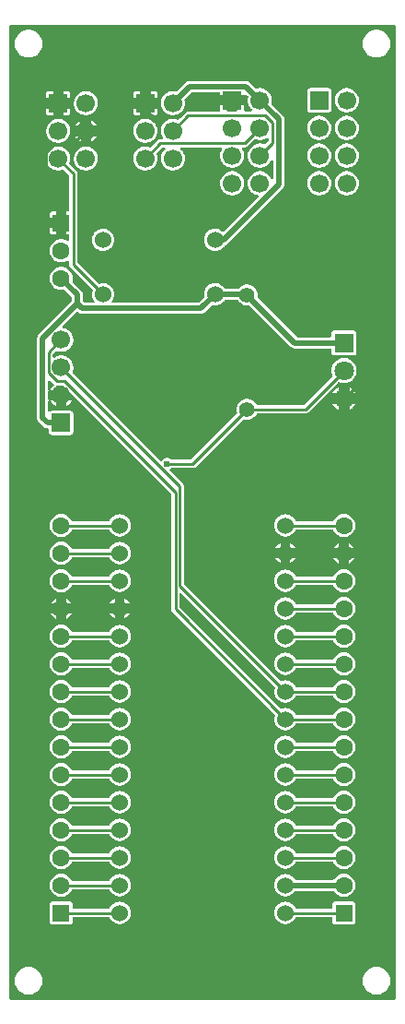
<source format=gbl>
G04 Layer: BottomLayer*
G04 EasyEDA v6.5.39, 2024-01-29 12:40:10*
G04 1567c4b6a1884de9a48abf35515e7f19,8c112253a0c947cbb1dd5c82d68696a1,10*
G04 Gerber Generator version 0.2*
G04 Scale: 100 percent, Rotated: No, Reflected: No *
G04 Dimensions in millimeters *
G04 leading zeros omitted , absolute positions ,4 integer and 5 decimal *
%FSLAX45Y45*%
%MOMM*%

%ADD10C,0.2540*%
%ADD11C,0.5020*%
%ADD12R,1.7000X1.7000*%
%ADD13C,1.7000*%
%ADD14R,1.6000X1.6000*%
%ADD15C,1.6000*%
%ADD16C,1.4000*%
%ADD17C,1.5240*%
%ADD18C,1.8000*%
%ADD19R,1.8000X1.8000*%
%ADD20C,0.6100*%
%ADD21C,0.0163*%

%LPD*%
G36*
X36068Y25908D02*
G01*
X32156Y26670D01*
X28905Y28905D01*
X26670Y32156D01*
X25908Y36068D01*
X25908Y8963914D01*
X26670Y8967825D01*
X28905Y8971076D01*
X32156Y8973312D01*
X36068Y8974074D01*
X3563924Y8974074D01*
X3567836Y8973312D01*
X3571087Y8971076D01*
X3573322Y8967825D01*
X3574084Y8963914D01*
X3574084Y36068D01*
X3573322Y32156D01*
X3571087Y28905D01*
X3567836Y26670D01*
X3563924Y25908D01*
G37*

%LPC*%
G36*
X3399993Y72491D02*
G01*
X3415385Y73456D01*
X3430524Y76200D01*
X3445205Y80772D01*
X3459226Y87122D01*
X3472434Y95097D01*
X3484524Y104597D01*
X3495395Y115468D01*
X3504895Y127558D01*
X3512870Y140766D01*
X3519220Y154787D01*
X3523792Y169468D01*
X3526536Y184607D01*
X3527501Y199999D01*
X3526536Y215392D01*
X3523792Y230530D01*
X3519220Y245211D01*
X3512870Y259232D01*
X3504895Y272440D01*
X3495395Y284530D01*
X3484524Y295402D01*
X3472434Y304901D01*
X3459226Y312877D01*
X3445205Y319227D01*
X3430524Y323799D01*
X3415385Y326542D01*
X3399993Y327507D01*
X3384600Y326542D01*
X3369462Y323799D01*
X3354781Y319227D01*
X3340760Y312877D01*
X3327552Y304901D01*
X3315462Y295402D01*
X3304590Y284530D01*
X3295091Y272440D01*
X3287115Y259232D01*
X3280765Y245211D01*
X3276193Y230530D01*
X3273450Y215392D01*
X3272485Y199999D01*
X3273450Y184607D01*
X3276193Y169468D01*
X3280765Y154787D01*
X3287115Y140766D01*
X3295091Y127558D01*
X3304590Y115468D01*
X3315462Y104597D01*
X3327552Y95097D01*
X3340760Y87122D01*
X3354781Y80772D01*
X3369462Y76200D01*
X3384600Y73456D01*
G37*
G36*
X199999Y72491D02*
G01*
X215392Y73456D01*
X230530Y76200D01*
X245211Y80772D01*
X259232Y87122D01*
X272440Y95097D01*
X284530Y104597D01*
X295402Y115468D01*
X304901Y127558D01*
X312877Y140766D01*
X319227Y154787D01*
X323799Y169468D01*
X326542Y184607D01*
X327507Y199999D01*
X326542Y215392D01*
X323799Y230530D01*
X319227Y245211D01*
X312877Y259232D01*
X304901Y272440D01*
X295402Y284530D01*
X284530Y295402D01*
X272440Y304901D01*
X259232Y312877D01*
X245211Y319227D01*
X230530Y323799D01*
X215392Y326542D01*
X199999Y327507D01*
X184607Y326542D01*
X169468Y323799D01*
X154787Y319227D01*
X140766Y312877D01*
X127558Y304901D01*
X115468Y295402D01*
X104597Y284530D01*
X95097Y272440D01*
X87122Y259232D01*
X80772Y245211D01*
X76200Y230530D01*
X73456Y215392D01*
X72491Y199999D01*
X73456Y184607D01*
X76200Y169468D01*
X80772Y154787D01*
X87122Y140766D01*
X95097Y127558D01*
X104597Y115468D01*
X115468Y104597D01*
X127558Y95097D01*
X140766Y87122D01*
X154787Y80772D01*
X169468Y76200D01*
X184607Y73456D01*
G37*
G36*
X3020568Y716076D02*
G01*
X3179419Y716076D01*
X3185769Y716788D01*
X3191205Y718718D01*
X3196082Y721766D01*
X3200196Y725881D01*
X3203295Y730758D01*
X3205175Y736244D01*
X3205886Y742543D01*
X3205886Y901446D01*
X3205175Y907745D01*
X3203295Y913231D01*
X3200196Y918108D01*
X3196082Y922223D01*
X3191205Y925271D01*
X3185769Y927201D01*
X3179419Y927912D01*
X3020568Y927912D01*
X3014218Y927201D01*
X3008782Y925271D01*
X3003905Y922223D01*
X2999790Y918108D01*
X2996692Y913231D01*
X2994812Y907745D01*
X2994101Y901446D01*
X2994101Y870762D01*
X2993288Y866902D01*
X2991104Y863600D01*
X2987802Y861364D01*
X2983941Y860602D01*
X2662834Y860602D01*
X2659075Y861314D01*
X2655874Y863396D01*
X2653639Y866495D01*
X2651506Y871067D01*
X2644190Y882548D01*
X2635351Y892962D01*
X2625242Y902106D01*
X2614015Y909828D01*
X2601823Y915974D01*
X2588971Y920445D01*
X2575610Y923188D01*
X2561996Y924102D01*
X2548382Y923188D01*
X2535021Y920445D01*
X2522118Y915974D01*
X2509977Y909828D01*
X2498750Y902106D01*
X2488590Y892962D01*
X2479802Y882548D01*
X2472486Y871067D01*
X2466746Y858672D01*
X2462682Y845667D01*
X2460396Y832205D01*
X2459990Y818591D01*
X2461310Y805027D01*
X2464511Y791768D01*
X2469388Y779018D01*
X2475941Y767080D01*
X2484018Y756107D01*
X2493518Y746302D01*
X2504236Y737819D01*
X2515971Y730859D01*
X2528519Y725576D01*
X2541676Y721969D01*
X2555189Y720140D01*
X2568803Y720140D01*
X2582316Y721969D01*
X2595473Y725576D01*
X2608021Y730859D01*
X2619756Y737819D01*
X2630474Y746302D01*
X2639974Y756107D01*
X2648051Y767080D01*
X2654096Y778103D01*
X2656382Y780897D01*
X2659481Y782726D01*
X2662986Y783386D01*
X2983941Y783386D01*
X2987802Y782624D01*
X2991104Y780389D01*
X2993288Y777138D01*
X2994101Y773226D01*
X2994101Y742543D01*
X2994812Y736244D01*
X2996692Y730758D01*
X2999790Y725881D01*
X3003905Y721766D01*
X3008782Y718718D01*
X3014218Y716788D01*
G37*
G36*
X420573Y716076D02*
G01*
X579424Y716076D01*
X585774Y716788D01*
X591210Y718718D01*
X596087Y721766D01*
X600202Y725881D01*
X603300Y730758D01*
X605180Y736244D01*
X605891Y742543D01*
X605891Y773226D01*
X606704Y777138D01*
X608888Y780389D01*
X612190Y782624D01*
X616051Y783386D01*
X937006Y783386D01*
X940511Y782726D01*
X943610Y780897D01*
X945896Y778103D01*
X951941Y767080D01*
X960018Y756107D01*
X969518Y746302D01*
X980236Y737819D01*
X991971Y730859D01*
X1004519Y725576D01*
X1017676Y721969D01*
X1031189Y720140D01*
X1044803Y720140D01*
X1058316Y721969D01*
X1071473Y725576D01*
X1084021Y730859D01*
X1095756Y737819D01*
X1106474Y746302D01*
X1115974Y756107D01*
X1124051Y767080D01*
X1130604Y779018D01*
X1135481Y791768D01*
X1138682Y805027D01*
X1140002Y818591D01*
X1139596Y832205D01*
X1137310Y845667D01*
X1133246Y858672D01*
X1127506Y871067D01*
X1120190Y882548D01*
X1111402Y892962D01*
X1101242Y902106D01*
X1090015Y909828D01*
X1077874Y915974D01*
X1064971Y920445D01*
X1051610Y923188D01*
X1037996Y924102D01*
X1024382Y923188D01*
X1011021Y920445D01*
X998169Y915974D01*
X985977Y909828D01*
X974750Y902106D01*
X964641Y892962D01*
X955802Y882548D01*
X948486Y871067D01*
X946353Y866495D01*
X944118Y863396D01*
X940917Y861314D01*
X937158Y860602D01*
X616051Y860602D01*
X612190Y861364D01*
X608888Y863600D01*
X606704Y866902D01*
X605891Y870762D01*
X605891Y901446D01*
X605180Y907745D01*
X603300Y913231D01*
X600202Y918108D01*
X596087Y922223D01*
X591210Y925271D01*
X585774Y927201D01*
X579424Y927912D01*
X420573Y927912D01*
X414223Y927201D01*
X408787Y925271D01*
X403910Y922223D01*
X399796Y918108D01*
X396697Y913231D01*
X394817Y907745D01*
X394106Y901446D01*
X394106Y742543D01*
X394817Y736244D01*
X396697Y730758D01*
X399796Y725881D01*
X403910Y721766D01*
X408787Y718718D01*
X414223Y716788D01*
G37*
G36*
X3099968Y970127D02*
G01*
X3113836Y970991D01*
X3127400Y973734D01*
X3140506Y978153D01*
X3152952Y984300D01*
X3164433Y991971D01*
X3174847Y1001115D01*
X3183991Y1011529D01*
X3191713Y1023061D01*
X3197809Y1035456D01*
X3202279Y1048613D01*
X3204972Y1062177D01*
X3205886Y1075994D01*
X3204972Y1089812D01*
X3202279Y1103376D01*
X3197809Y1116533D01*
X3191713Y1128928D01*
X3183991Y1140460D01*
X3174847Y1150874D01*
X3164433Y1160018D01*
X3152952Y1167688D01*
X3140506Y1173835D01*
X3127400Y1178255D01*
X3113836Y1180998D01*
X3099968Y1181862D01*
X3086150Y1180998D01*
X3072587Y1178255D01*
X3059480Y1173835D01*
X3047034Y1167688D01*
X3035554Y1160018D01*
X3025140Y1150874D01*
X3015996Y1140460D01*
X3010001Y1131519D01*
X3007766Y1129080D01*
X3004820Y1127556D01*
X3001568Y1126998D01*
X2655824Y1126998D01*
X2652522Y1127556D01*
X2649524Y1129182D01*
X2647289Y1131722D01*
X2644190Y1136548D01*
X2635351Y1146962D01*
X2625242Y1156106D01*
X2614015Y1163828D01*
X2601823Y1169974D01*
X2588971Y1174445D01*
X2575610Y1177188D01*
X2561996Y1178102D01*
X2548382Y1177188D01*
X2535021Y1174445D01*
X2522118Y1169974D01*
X2509977Y1163828D01*
X2498750Y1156106D01*
X2488590Y1146962D01*
X2479802Y1136548D01*
X2472486Y1125067D01*
X2466746Y1112672D01*
X2462682Y1099667D01*
X2460396Y1086205D01*
X2459990Y1072591D01*
X2461310Y1059027D01*
X2464511Y1045768D01*
X2469388Y1033018D01*
X2475941Y1021080D01*
X2484018Y1010107D01*
X2493518Y1000302D01*
X2504236Y991819D01*
X2515971Y984859D01*
X2528519Y979576D01*
X2541676Y975969D01*
X2555189Y974140D01*
X2568803Y974140D01*
X2582316Y975969D01*
X2595473Y979576D01*
X2608021Y984859D01*
X2619756Y991819D01*
X2630474Y1000302D01*
X2639974Y1010107D01*
X2647899Y1020876D01*
X2650134Y1023061D01*
X2652928Y1024483D01*
X2656078Y1024991D01*
X3001568Y1024991D01*
X3004820Y1024432D01*
X3007766Y1022908D01*
X3010001Y1020470D01*
X3015996Y1011529D01*
X3025140Y1001115D01*
X3035554Y991971D01*
X3047034Y984300D01*
X3059480Y978153D01*
X3072587Y973734D01*
X3086150Y970991D01*
G37*
G36*
X500024Y970127D02*
G01*
X513842Y970991D01*
X527405Y973734D01*
X540512Y978153D01*
X552958Y984300D01*
X564438Y991971D01*
X574852Y1001115D01*
X583996Y1011529D01*
X591718Y1023061D01*
X595985Y1031748D01*
X598220Y1034745D01*
X601421Y1036675D01*
X605078Y1037386D01*
X937006Y1037386D01*
X940511Y1036726D01*
X943610Y1034897D01*
X945896Y1032103D01*
X951941Y1021080D01*
X960018Y1010107D01*
X969518Y1000302D01*
X980236Y991819D01*
X991971Y984859D01*
X1004519Y979576D01*
X1017676Y975969D01*
X1031189Y974140D01*
X1044803Y974140D01*
X1058316Y975969D01*
X1071473Y979576D01*
X1084021Y984859D01*
X1095756Y991819D01*
X1106474Y1000302D01*
X1115974Y1010107D01*
X1124051Y1021080D01*
X1130604Y1033018D01*
X1135481Y1045768D01*
X1138682Y1059027D01*
X1140002Y1072591D01*
X1139596Y1086205D01*
X1137310Y1099667D01*
X1133246Y1112672D01*
X1127506Y1125067D01*
X1120190Y1136548D01*
X1111402Y1146962D01*
X1101242Y1156106D01*
X1090015Y1163828D01*
X1077874Y1169974D01*
X1064971Y1174445D01*
X1051610Y1177188D01*
X1037996Y1178102D01*
X1024382Y1177188D01*
X1011021Y1174445D01*
X998169Y1169974D01*
X985977Y1163828D01*
X974750Y1156106D01*
X964641Y1146962D01*
X955802Y1136548D01*
X948486Y1125067D01*
X946353Y1120495D01*
X944118Y1117396D01*
X940917Y1115314D01*
X937158Y1114602D01*
X605078Y1114602D01*
X601421Y1115314D01*
X598220Y1117295D01*
X595985Y1120292D01*
X591718Y1128928D01*
X583996Y1140460D01*
X574852Y1150874D01*
X564438Y1160018D01*
X552958Y1167688D01*
X540512Y1173835D01*
X527405Y1178255D01*
X513842Y1180998D01*
X500024Y1181862D01*
X486156Y1180998D01*
X472592Y1178255D01*
X459485Y1173835D01*
X447040Y1167688D01*
X435559Y1160018D01*
X425145Y1150874D01*
X416001Y1140460D01*
X408279Y1128928D01*
X402183Y1116533D01*
X397713Y1103376D01*
X395020Y1089812D01*
X394106Y1075994D01*
X395020Y1062177D01*
X397713Y1048613D01*
X402183Y1035456D01*
X408279Y1023061D01*
X416001Y1011529D01*
X425145Y1001115D01*
X435559Y991971D01*
X447040Y984300D01*
X459485Y978153D01*
X472592Y973734D01*
X486156Y970991D01*
G37*
G36*
X3099968Y1224127D02*
G01*
X3113836Y1224991D01*
X3127400Y1227734D01*
X3140506Y1232154D01*
X3152952Y1238300D01*
X3164433Y1245971D01*
X3174847Y1255115D01*
X3183991Y1265529D01*
X3191713Y1277061D01*
X3197809Y1289456D01*
X3202279Y1302613D01*
X3204972Y1316177D01*
X3205886Y1329994D01*
X3204972Y1343812D01*
X3202279Y1357376D01*
X3197809Y1370533D01*
X3191713Y1382928D01*
X3183991Y1394460D01*
X3174847Y1404874D01*
X3164433Y1414018D01*
X3152952Y1421688D01*
X3140506Y1427835D01*
X3127400Y1432255D01*
X3113836Y1434998D01*
X3099968Y1435862D01*
X3086150Y1434998D01*
X3072587Y1432255D01*
X3059480Y1427835D01*
X3047034Y1421688D01*
X3035554Y1414018D01*
X3025140Y1404874D01*
X3015996Y1394460D01*
X3008274Y1382928D01*
X3004007Y1374292D01*
X3001772Y1371295D01*
X2998571Y1369314D01*
X2994914Y1368602D01*
X2662834Y1368602D01*
X2659075Y1369314D01*
X2655874Y1371396D01*
X2653639Y1374495D01*
X2651506Y1379067D01*
X2644190Y1390548D01*
X2635351Y1400962D01*
X2625242Y1410106D01*
X2614015Y1417828D01*
X2601823Y1423974D01*
X2588971Y1428445D01*
X2575610Y1431188D01*
X2561996Y1432102D01*
X2548382Y1431188D01*
X2535021Y1428445D01*
X2522118Y1423974D01*
X2509977Y1417828D01*
X2498750Y1410106D01*
X2488590Y1400962D01*
X2479802Y1390548D01*
X2472486Y1379067D01*
X2466746Y1366672D01*
X2462682Y1353667D01*
X2460396Y1340205D01*
X2459990Y1326591D01*
X2461310Y1313027D01*
X2464511Y1299768D01*
X2469388Y1287018D01*
X2475941Y1275080D01*
X2484018Y1264107D01*
X2493518Y1254302D01*
X2504236Y1245819D01*
X2515971Y1238859D01*
X2528519Y1233576D01*
X2541676Y1229969D01*
X2555189Y1228140D01*
X2568803Y1228140D01*
X2582316Y1229969D01*
X2595473Y1233576D01*
X2608021Y1238859D01*
X2619756Y1245819D01*
X2630474Y1254302D01*
X2639974Y1264107D01*
X2648051Y1275080D01*
X2654096Y1286103D01*
X2656382Y1288897D01*
X2659481Y1290726D01*
X2662986Y1291386D01*
X2994914Y1291386D01*
X2998571Y1290675D01*
X3001772Y1288745D01*
X3004007Y1285748D01*
X3008274Y1277061D01*
X3015996Y1265529D01*
X3025140Y1255115D01*
X3035554Y1245971D01*
X3047034Y1238300D01*
X3059480Y1232154D01*
X3072587Y1227734D01*
X3086150Y1224991D01*
G37*
G36*
X500024Y1224127D02*
G01*
X513842Y1224991D01*
X527405Y1227734D01*
X540512Y1232154D01*
X552958Y1238300D01*
X564438Y1245971D01*
X574852Y1255115D01*
X583996Y1265529D01*
X591718Y1277061D01*
X595985Y1285748D01*
X598220Y1288745D01*
X601421Y1290675D01*
X605078Y1291386D01*
X937006Y1291386D01*
X940511Y1290726D01*
X943610Y1288897D01*
X945896Y1286103D01*
X951941Y1275080D01*
X960018Y1264107D01*
X969518Y1254302D01*
X980236Y1245819D01*
X991971Y1238859D01*
X1004519Y1233576D01*
X1017676Y1229969D01*
X1031189Y1228140D01*
X1044803Y1228140D01*
X1058316Y1229969D01*
X1071473Y1233576D01*
X1084021Y1238859D01*
X1095756Y1245819D01*
X1106474Y1254302D01*
X1115974Y1264107D01*
X1124051Y1275080D01*
X1130604Y1287018D01*
X1135481Y1299768D01*
X1138682Y1313027D01*
X1140002Y1326591D01*
X1139596Y1340205D01*
X1137310Y1353667D01*
X1133246Y1366672D01*
X1127506Y1379067D01*
X1120190Y1390548D01*
X1111402Y1400962D01*
X1101242Y1410106D01*
X1090015Y1417828D01*
X1077874Y1423974D01*
X1064971Y1428445D01*
X1051610Y1431188D01*
X1037996Y1432102D01*
X1024382Y1431188D01*
X1011021Y1428445D01*
X998169Y1423974D01*
X985977Y1417828D01*
X974750Y1410106D01*
X964641Y1400962D01*
X955802Y1390548D01*
X948486Y1379067D01*
X946353Y1374495D01*
X944118Y1371396D01*
X940917Y1369314D01*
X937158Y1368602D01*
X605078Y1368602D01*
X601421Y1369314D01*
X598220Y1371295D01*
X595985Y1374292D01*
X591718Y1382928D01*
X583996Y1394460D01*
X574852Y1404874D01*
X564438Y1414018D01*
X552958Y1421688D01*
X540512Y1427835D01*
X527405Y1432255D01*
X513842Y1434998D01*
X500024Y1435862D01*
X486156Y1434998D01*
X472592Y1432255D01*
X459485Y1427835D01*
X447040Y1421688D01*
X435559Y1414018D01*
X425145Y1404874D01*
X416001Y1394460D01*
X408279Y1382928D01*
X402183Y1370533D01*
X397713Y1357376D01*
X395020Y1343812D01*
X394106Y1329994D01*
X395020Y1316177D01*
X397713Y1302613D01*
X402183Y1289456D01*
X408279Y1277061D01*
X416001Y1265529D01*
X425145Y1255115D01*
X435559Y1245971D01*
X447040Y1238300D01*
X459485Y1232154D01*
X472592Y1227734D01*
X486156Y1224991D01*
G37*
G36*
X3099968Y1478127D02*
G01*
X3113836Y1478991D01*
X3127400Y1481734D01*
X3140506Y1486154D01*
X3152952Y1492300D01*
X3164433Y1499971D01*
X3174847Y1509115D01*
X3183991Y1519529D01*
X3191713Y1531061D01*
X3197809Y1543456D01*
X3202279Y1556613D01*
X3204972Y1570177D01*
X3205886Y1583994D01*
X3204972Y1597812D01*
X3202279Y1611376D01*
X3197809Y1624533D01*
X3191713Y1636928D01*
X3183991Y1648460D01*
X3174847Y1658874D01*
X3164433Y1668018D01*
X3152952Y1675688D01*
X3140506Y1681835D01*
X3127400Y1686255D01*
X3113836Y1688998D01*
X3099968Y1689862D01*
X3086150Y1688998D01*
X3072587Y1686255D01*
X3059480Y1681835D01*
X3047034Y1675688D01*
X3035554Y1668018D01*
X3025140Y1658874D01*
X3015996Y1648460D01*
X3008274Y1636928D01*
X3004007Y1628292D01*
X3001772Y1625295D01*
X2998571Y1623314D01*
X2994914Y1622602D01*
X2662834Y1622602D01*
X2659075Y1623314D01*
X2655874Y1625396D01*
X2653639Y1628495D01*
X2651506Y1633067D01*
X2644190Y1644548D01*
X2635351Y1654962D01*
X2625242Y1664106D01*
X2614015Y1671828D01*
X2601823Y1677974D01*
X2588971Y1682445D01*
X2575610Y1685188D01*
X2561996Y1686102D01*
X2548382Y1685188D01*
X2535021Y1682445D01*
X2522118Y1677974D01*
X2509977Y1671828D01*
X2498750Y1664106D01*
X2488590Y1654962D01*
X2479802Y1644548D01*
X2472486Y1633067D01*
X2466746Y1620672D01*
X2462682Y1607667D01*
X2460396Y1594205D01*
X2459990Y1580591D01*
X2461310Y1567027D01*
X2464511Y1553768D01*
X2469388Y1541018D01*
X2475941Y1529080D01*
X2484018Y1518107D01*
X2493518Y1508302D01*
X2504236Y1499819D01*
X2515971Y1492859D01*
X2528519Y1487576D01*
X2541676Y1483969D01*
X2555189Y1482140D01*
X2568803Y1482140D01*
X2582316Y1483969D01*
X2595473Y1487576D01*
X2608021Y1492859D01*
X2619756Y1499819D01*
X2630474Y1508302D01*
X2639974Y1518107D01*
X2648051Y1529080D01*
X2654096Y1540103D01*
X2656382Y1542897D01*
X2659481Y1544726D01*
X2662986Y1545386D01*
X2994914Y1545386D01*
X2998571Y1544675D01*
X3001772Y1542745D01*
X3004007Y1539748D01*
X3008274Y1531061D01*
X3015996Y1519529D01*
X3025140Y1509115D01*
X3035554Y1499971D01*
X3047034Y1492300D01*
X3059480Y1486154D01*
X3072587Y1481734D01*
X3086150Y1478991D01*
G37*
G36*
X500024Y1478127D02*
G01*
X513842Y1478991D01*
X527405Y1481734D01*
X540512Y1486154D01*
X552958Y1492300D01*
X564438Y1499971D01*
X574852Y1509115D01*
X583996Y1519529D01*
X591718Y1531061D01*
X595985Y1539748D01*
X598220Y1542745D01*
X601421Y1544675D01*
X605078Y1545386D01*
X937006Y1545386D01*
X940511Y1544726D01*
X943610Y1542897D01*
X945896Y1540103D01*
X951941Y1529080D01*
X960018Y1518107D01*
X969518Y1508302D01*
X980236Y1499819D01*
X991971Y1492859D01*
X1004519Y1487576D01*
X1017676Y1483969D01*
X1031189Y1482140D01*
X1044803Y1482140D01*
X1058316Y1483969D01*
X1071473Y1487576D01*
X1084021Y1492859D01*
X1095756Y1499819D01*
X1106474Y1508302D01*
X1115974Y1518107D01*
X1124051Y1529080D01*
X1130604Y1541018D01*
X1135481Y1553768D01*
X1138682Y1567027D01*
X1140002Y1580591D01*
X1139596Y1594205D01*
X1137310Y1607667D01*
X1133246Y1620672D01*
X1127506Y1633067D01*
X1120190Y1644548D01*
X1111402Y1654962D01*
X1101242Y1664106D01*
X1090015Y1671828D01*
X1077874Y1677974D01*
X1064971Y1682445D01*
X1051610Y1685188D01*
X1037996Y1686102D01*
X1024382Y1685188D01*
X1011021Y1682445D01*
X998169Y1677974D01*
X985977Y1671828D01*
X974750Y1664106D01*
X964641Y1654962D01*
X955802Y1644548D01*
X948486Y1633067D01*
X946353Y1628495D01*
X944118Y1625396D01*
X940917Y1623314D01*
X937158Y1622602D01*
X605078Y1622602D01*
X601421Y1623314D01*
X598220Y1625295D01*
X595985Y1628292D01*
X591718Y1636928D01*
X583996Y1648460D01*
X574852Y1658874D01*
X564438Y1668018D01*
X552958Y1675688D01*
X540512Y1681835D01*
X527405Y1686255D01*
X513842Y1688998D01*
X500024Y1689862D01*
X486156Y1688998D01*
X472592Y1686255D01*
X459485Y1681835D01*
X447040Y1675688D01*
X435559Y1668018D01*
X425145Y1658874D01*
X416001Y1648460D01*
X408279Y1636928D01*
X402183Y1624533D01*
X397713Y1611376D01*
X395020Y1597812D01*
X394106Y1583994D01*
X395020Y1570177D01*
X397713Y1556613D01*
X402183Y1543456D01*
X408279Y1531061D01*
X416001Y1519529D01*
X425145Y1509115D01*
X435559Y1499971D01*
X447040Y1492300D01*
X459485Y1486154D01*
X472592Y1481734D01*
X486156Y1478991D01*
G37*
G36*
X3099968Y1732127D02*
G01*
X3113836Y1732991D01*
X3127400Y1735734D01*
X3140506Y1740154D01*
X3152952Y1746300D01*
X3164433Y1753971D01*
X3174847Y1763115D01*
X3183991Y1773529D01*
X3191713Y1785061D01*
X3197809Y1797456D01*
X3202279Y1810613D01*
X3204972Y1824177D01*
X3205886Y1837994D01*
X3204972Y1851812D01*
X3202279Y1865375D01*
X3197809Y1878533D01*
X3191713Y1890928D01*
X3183991Y1902460D01*
X3174847Y1912874D01*
X3164433Y1922018D01*
X3152952Y1929688D01*
X3140506Y1935835D01*
X3127400Y1940255D01*
X3113836Y1942998D01*
X3099968Y1943862D01*
X3086150Y1942998D01*
X3072587Y1940255D01*
X3059480Y1935835D01*
X3047034Y1929688D01*
X3035554Y1922018D01*
X3025140Y1912874D01*
X3015996Y1902460D01*
X3008274Y1890928D01*
X3004007Y1882292D01*
X3001772Y1879295D01*
X2998571Y1877314D01*
X2994914Y1876602D01*
X2662834Y1876602D01*
X2659075Y1877314D01*
X2655874Y1879396D01*
X2653639Y1882495D01*
X2651506Y1887067D01*
X2644190Y1898548D01*
X2635351Y1908962D01*
X2625242Y1918106D01*
X2614015Y1925828D01*
X2601823Y1931974D01*
X2588971Y1936445D01*
X2575610Y1939188D01*
X2561996Y1940102D01*
X2548382Y1939188D01*
X2535021Y1936445D01*
X2522118Y1931974D01*
X2509977Y1925828D01*
X2498750Y1918106D01*
X2488590Y1908962D01*
X2479802Y1898548D01*
X2472486Y1887067D01*
X2466746Y1874672D01*
X2462682Y1861667D01*
X2460396Y1848205D01*
X2459990Y1834591D01*
X2461310Y1821027D01*
X2464511Y1807768D01*
X2469388Y1795018D01*
X2475941Y1783080D01*
X2484018Y1772107D01*
X2493518Y1762302D01*
X2504236Y1753819D01*
X2515971Y1746859D01*
X2528519Y1741576D01*
X2541676Y1737969D01*
X2555189Y1736140D01*
X2568803Y1736140D01*
X2582316Y1737969D01*
X2595473Y1741576D01*
X2608021Y1746859D01*
X2619756Y1753819D01*
X2630474Y1762302D01*
X2639974Y1772107D01*
X2648051Y1783080D01*
X2654096Y1794103D01*
X2656382Y1796897D01*
X2659481Y1798726D01*
X2662986Y1799386D01*
X2994914Y1799386D01*
X2998571Y1798675D01*
X3001772Y1796745D01*
X3004007Y1793748D01*
X3008274Y1785061D01*
X3015996Y1773529D01*
X3025140Y1763115D01*
X3035554Y1753971D01*
X3047034Y1746300D01*
X3059480Y1740154D01*
X3072587Y1735734D01*
X3086150Y1732991D01*
G37*
G36*
X500024Y1732127D02*
G01*
X513842Y1732991D01*
X527405Y1735734D01*
X540512Y1740154D01*
X552958Y1746300D01*
X564438Y1753971D01*
X574852Y1763115D01*
X583996Y1773529D01*
X591718Y1785061D01*
X595985Y1793748D01*
X598220Y1796745D01*
X601421Y1798675D01*
X605078Y1799386D01*
X937006Y1799386D01*
X940511Y1798726D01*
X943610Y1796897D01*
X945896Y1794103D01*
X951941Y1783080D01*
X960018Y1772107D01*
X969518Y1762302D01*
X980236Y1753819D01*
X991971Y1746859D01*
X1004519Y1741576D01*
X1017676Y1737969D01*
X1031189Y1736140D01*
X1044803Y1736140D01*
X1058316Y1737969D01*
X1071473Y1741576D01*
X1084021Y1746859D01*
X1095756Y1753819D01*
X1106474Y1762302D01*
X1115974Y1772107D01*
X1124051Y1783080D01*
X1130604Y1795018D01*
X1135481Y1807768D01*
X1138682Y1821027D01*
X1140002Y1834591D01*
X1139596Y1848205D01*
X1137310Y1861667D01*
X1133246Y1874672D01*
X1127506Y1887067D01*
X1120190Y1898548D01*
X1111402Y1908962D01*
X1101242Y1918106D01*
X1090015Y1925828D01*
X1077874Y1931974D01*
X1064971Y1936445D01*
X1051610Y1939188D01*
X1037996Y1940102D01*
X1024382Y1939188D01*
X1011021Y1936445D01*
X998169Y1931974D01*
X985977Y1925828D01*
X974750Y1918106D01*
X964641Y1908962D01*
X955802Y1898548D01*
X948486Y1887067D01*
X946353Y1882495D01*
X944118Y1879396D01*
X940917Y1877314D01*
X937158Y1876602D01*
X605078Y1876602D01*
X601421Y1877314D01*
X598220Y1879295D01*
X595985Y1882292D01*
X591718Y1890928D01*
X583996Y1902460D01*
X574852Y1912874D01*
X564438Y1922018D01*
X552958Y1929688D01*
X540512Y1935835D01*
X527405Y1940255D01*
X513842Y1942998D01*
X500024Y1943862D01*
X486156Y1942998D01*
X472592Y1940255D01*
X459485Y1935835D01*
X447040Y1929688D01*
X435559Y1922018D01*
X425145Y1912874D01*
X416001Y1902460D01*
X408279Y1890928D01*
X402183Y1878533D01*
X397713Y1865375D01*
X395020Y1851812D01*
X394106Y1837994D01*
X395020Y1824177D01*
X397713Y1810613D01*
X402183Y1797456D01*
X408279Y1785061D01*
X416001Y1773529D01*
X425145Y1763115D01*
X435559Y1753971D01*
X447040Y1746300D01*
X459485Y1740154D01*
X472592Y1735734D01*
X486156Y1732991D01*
G37*
G36*
X3099968Y1986127D02*
G01*
X3113836Y1986991D01*
X3127400Y1989734D01*
X3140506Y1994154D01*
X3152952Y2000300D01*
X3164433Y2007971D01*
X3174847Y2017115D01*
X3183991Y2027529D01*
X3191713Y2039061D01*
X3197809Y2051456D01*
X3202279Y2064613D01*
X3204972Y2078177D01*
X3205886Y2091994D01*
X3204972Y2105812D01*
X3202279Y2119376D01*
X3197809Y2132533D01*
X3191713Y2144928D01*
X3183991Y2156460D01*
X3174847Y2166874D01*
X3164433Y2176018D01*
X3152952Y2183688D01*
X3140506Y2189835D01*
X3127400Y2194255D01*
X3113836Y2196998D01*
X3099968Y2197862D01*
X3086150Y2196998D01*
X3072587Y2194255D01*
X3059480Y2189835D01*
X3047034Y2183688D01*
X3035554Y2176018D01*
X3025140Y2166874D01*
X3015996Y2156460D01*
X3008274Y2144928D01*
X3004007Y2136292D01*
X3001772Y2133295D01*
X2998571Y2131314D01*
X2994914Y2130602D01*
X2662834Y2130602D01*
X2659075Y2131314D01*
X2655874Y2133396D01*
X2653639Y2136495D01*
X2651506Y2141067D01*
X2644190Y2152548D01*
X2635351Y2162962D01*
X2625242Y2172106D01*
X2614015Y2179828D01*
X2601823Y2185974D01*
X2588971Y2190445D01*
X2575610Y2193188D01*
X2561996Y2194102D01*
X2548382Y2193188D01*
X2535021Y2190445D01*
X2522118Y2185974D01*
X2509977Y2179828D01*
X2498750Y2172106D01*
X2488590Y2162962D01*
X2479802Y2152548D01*
X2472486Y2141067D01*
X2466746Y2128672D01*
X2462682Y2115667D01*
X2460396Y2102205D01*
X2459990Y2088591D01*
X2461310Y2075027D01*
X2464511Y2061768D01*
X2469388Y2049018D01*
X2475941Y2037080D01*
X2484018Y2026107D01*
X2493518Y2016302D01*
X2504236Y2007819D01*
X2515971Y2000859D01*
X2528519Y1995576D01*
X2541676Y1991969D01*
X2555189Y1990140D01*
X2568803Y1990140D01*
X2582316Y1991969D01*
X2595473Y1995576D01*
X2608021Y2000859D01*
X2619756Y2007819D01*
X2630474Y2016302D01*
X2639974Y2026107D01*
X2648051Y2037080D01*
X2654096Y2048103D01*
X2656382Y2050897D01*
X2659481Y2052726D01*
X2662986Y2053386D01*
X2994914Y2053386D01*
X2998571Y2052675D01*
X3001772Y2050745D01*
X3004007Y2047748D01*
X3008274Y2039061D01*
X3015996Y2027529D01*
X3025140Y2017115D01*
X3035554Y2007971D01*
X3047034Y2000300D01*
X3059480Y1994154D01*
X3072587Y1989734D01*
X3086150Y1986991D01*
G37*
G36*
X500024Y1986127D02*
G01*
X513842Y1986991D01*
X527405Y1989734D01*
X540512Y1994154D01*
X552958Y2000300D01*
X564438Y2007971D01*
X574852Y2017115D01*
X583996Y2027529D01*
X591718Y2039061D01*
X595985Y2047748D01*
X598220Y2050745D01*
X601421Y2052675D01*
X605078Y2053386D01*
X937006Y2053386D01*
X940511Y2052726D01*
X943610Y2050897D01*
X945896Y2048103D01*
X951941Y2037080D01*
X960018Y2026107D01*
X969518Y2016302D01*
X980236Y2007819D01*
X991971Y2000859D01*
X1004519Y1995576D01*
X1017676Y1991969D01*
X1031189Y1990140D01*
X1044803Y1990140D01*
X1058316Y1991969D01*
X1071473Y1995576D01*
X1084021Y2000859D01*
X1095756Y2007819D01*
X1106474Y2016302D01*
X1115974Y2026107D01*
X1124051Y2037080D01*
X1130604Y2049018D01*
X1135481Y2061768D01*
X1138682Y2075027D01*
X1140002Y2088591D01*
X1139596Y2102205D01*
X1137310Y2115667D01*
X1133246Y2128672D01*
X1127506Y2141067D01*
X1120190Y2152548D01*
X1111402Y2162962D01*
X1101242Y2172106D01*
X1090015Y2179828D01*
X1077874Y2185974D01*
X1064971Y2190445D01*
X1051610Y2193188D01*
X1037996Y2194102D01*
X1024382Y2193188D01*
X1011021Y2190445D01*
X998169Y2185974D01*
X985977Y2179828D01*
X974750Y2172106D01*
X964641Y2162962D01*
X955802Y2152548D01*
X948486Y2141067D01*
X946353Y2136495D01*
X944118Y2133396D01*
X940917Y2131314D01*
X937158Y2130602D01*
X605078Y2130602D01*
X601421Y2131314D01*
X598220Y2133295D01*
X595985Y2136292D01*
X591718Y2144928D01*
X583996Y2156460D01*
X574852Y2166874D01*
X564438Y2176018D01*
X552958Y2183688D01*
X540512Y2189835D01*
X527405Y2194255D01*
X513842Y2196998D01*
X500024Y2197862D01*
X486156Y2196998D01*
X472592Y2194255D01*
X459485Y2189835D01*
X447040Y2183688D01*
X435559Y2176018D01*
X425145Y2166874D01*
X416001Y2156460D01*
X408279Y2144928D01*
X402183Y2132533D01*
X397713Y2119376D01*
X395020Y2105812D01*
X394106Y2091994D01*
X395020Y2078177D01*
X397713Y2064613D01*
X402183Y2051456D01*
X408279Y2039061D01*
X416001Y2027529D01*
X425145Y2017115D01*
X435559Y2007971D01*
X447040Y2000300D01*
X459485Y1994154D01*
X472592Y1989734D01*
X486156Y1986991D01*
G37*
G36*
X3099968Y2240127D02*
G01*
X3113836Y2240991D01*
X3127400Y2243734D01*
X3140506Y2248154D01*
X3152952Y2254300D01*
X3164433Y2261971D01*
X3174847Y2271115D01*
X3183991Y2281529D01*
X3191713Y2293061D01*
X3197809Y2305456D01*
X3202279Y2318613D01*
X3204972Y2332177D01*
X3205886Y2345994D01*
X3204972Y2359812D01*
X3202279Y2373376D01*
X3197809Y2386533D01*
X3191713Y2398928D01*
X3183991Y2410460D01*
X3174847Y2420874D01*
X3164433Y2430018D01*
X3152952Y2437688D01*
X3140506Y2443835D01*
X3127400Y2448255D01*
X3113836Y2450998D01*
X3099968Y2451862D01*
X3086150Y2450998D01*
X3072587Y2448255D01*
X3059480Y2443835D01*
X3047034Y2437688D01*
X3035554Y2430018D01*
X3025140Y2420874D01*
X3015996Y2410460D01*
X3008274Y2398928D01*
X3004007Y2390292D01*
X3001772Y2387295D01*
X2998571Y2385314D01*
X2994914Y2384602D01*
X2662834Y2384602D01*
X2659075Y2385314D01*
X2655874Y2387396D01*
X2653639Y2390495D01*
X2651506Y2395067D01*
X2644190Y2406548D01*
X2635351Y2416962D01*
X2625242Y2426106D01*
X2614015Y2433828D01*
X2601823Y2439974D01*
X2588971Y2444445D01*
X2575610Y2447188D01*
X2561996Y2448102D01*
X2548382Y2447188D01*
X2535021Y2444445D01*
X2522118Y2439974D01*
X2509977Y2433828D01*
X2498750Y2426106D01*
X2488590Y2416962D01*
X2479802Y2406548D01*
X2472486Y2395067D01*
X2466746Y2382672D01*
X2462682Y2369667D01*
X2460396Y2356205D01*
X2459990Y2342591D01*
X2461310Y2329027D01*
X2464511Y2315768D01*
X2469388Y2303018D01*
X2475941Y2291080D01*
X2484018Y2280107D01*
X2493518Y2270302D01*
X2504236Y2261819D01*
X2515971Y2254859D01*
X2528519Y2249576D01*
X2541676Y2245969D01*
X2555189Y2244140D01*
X2568803Y2244140D01*
X2582316Y2245969D01*
X2595473Y2249576D01*
X2608021Y2254859D01*
X2619756Y2261819D01*
X2630474Y2270302D01*
X2639974Y2280107D01*
X2648051Y2291080D01*
X2654096Y2302103D01*
X2656382Y2304897D01*
X2659481Y2306726D01*
X2662986Y2307386D01*
X2994914Y2307386D01*
X2998571Y2306675D01*
X3001772Y2304745D01*
X3004007Y2301748D01*
X3008274Y2293061D01*
X3015996Y2281529D01*
X3025140Y2271115D01*
X3035554Y2261971D01*
X3047034Y2254300D01*
X3059480Y2248154D01*
X3072587Y2243734D01*
X3086150Y2240991D01*
G37*
G36*
X500024Y2240127D02*
G01*
X513842Y2240991D01*
X527405Y2243734D01*
X540512Y2248154D01*
X552958Y2254300D01*
X564438Y2261971D01*
X574852Y2271115D01*
X583996Y2281529D01*
X591718Y2293061D01*
X595985Y2301748D01*
X598220Y2304745D01*
X601421Y2306675D01*
X605078Y2307386D01*
X937006Y2307386D01*
X940511Y2306726D01*
X943610Y2304897D01*
X945896Y2302103D01*
X951941Y2291080D01*
X960018Y2280107D01*
X969518Y2270302D01*
X980236Y2261819D01*
X991971Y2254859D01*
X1004519Y2249576D01*
X1017676Y2245969D01*
X1031189Y2244140D01*
X1044803Y2244140D01*
X1058316Y2245969D01*
X1071473Y2249576D01*
X1084021Y2254859D01*
X1095756Y2261819D01*
X1106474Y2270302D01*
X1115974Y2280107D01*
X1124051Y2291080D01*
X1130604Y2303018D01*
X1135481Y2315768D01*
X1138682Y2329027D01*
X1140002Y2342591D01*
X1139596Y2356205D01*
X1137310Y2369667D01*
X1133246Y2382672D01*
X1127506Y2395067D01*
X1120190Y2406548D01*
X1111402Y2416962D01*
X1101242Y2426106D01*
X1090015Y2433828D01*
X1077874Y2439974D01*
X1064971Y2444445D01*
X1051610Y2447188D01*
X1037996Y2448102D01*
X1024382Y2447188D01*
X1011021Y2444445D01*
X998169Y2439974D01*
X985977Y2433828D01*
X974750Y2426106D01*
X964641Y2416962D01*
X955802Y2406548D01*
X948486Y2395067D01*
X946353Y2390495D01*
X944118Y2387396D01*
X940917Y2385314D01*
X937158Y2384602D01*
X605078Y2384602D01*
X601421Y2385314D01*
X598220Y2387295D01*
X595985Y2390292D01*
X591718Y2398928D01*
X583996Y2410460D01*
X574852Y2420874D01*
X564438Y2430018D01*
X552958Y2437688D01*
X540512Y2443835D01*
X527405Y2448255D01*
X513842Y2450998D01*
X500024Y2451862D01*
X486156Y2450998D01*
X472592Y2448255D01*
X459485Y2443835D01*
X447040Y2437688D01*
X435559Y2430018D01*
X425145Y2420874D01*
X416001Y2410460D01*
X408279Y2398928D01*
X402183Y2386533D01*
X397713Y2373376D01*
X395020Y2359812D01*
X394106Y2345994D01*
X395020Y2332177D01*
X397713Y2318613D01*
X402183Y2305456D01*
X408279Y2293061D01*
X416001Y2281529D01*
X425145Y2271115D01*
X435559Y2261971D01*
X447040Y2254300D01*
X459485Y2248154D01*
X472592Y2243734D01*
X486156Y2240991D01*
G37*
G36*
X500024Y2494127D02*
G01*
X513842Y2494991D01*
X527405Y2497734D01*
X540512Y2502154D01*
X552958Y2508300D01*
X564438Y2515971D01*
X574852Y2525115D01*
X583996Y2535529D01*
X591718Y2547061D01*
X595985Y2555748D01*
X598220Y2558745D01*
X601421Y2560675D01*
X605078Y2561386D01*
X937006Y2561386D01*
X940511Y2560726D01*
X943610Y2558897D01*
X945896Y2556103D01*
X951941Y2545080D01*
X960018Y2534107D01*
X969518Y2524302D01*
X980236Y2515819D01*
X991971Y2508859D01*
X1004519Y2503576D01*
X1017676Y2499969D01*
X1031189Y2498140D01*
X1044803Y2498140D01*
X1058316Y2499969D01*
X1071473Y2503576D01*
X1084021Y2508859D01*
X1095756Y2515819D01*
X1106474Y2524302D01*
X1115974Y2534107D01*
X1124051Y2545080D01*
X1130604Y2557018D01*
X1135481Y2569768D01*
X1138682Y2583027D01*
X1140002Y2596591D01*
X1139596Y2610205D01*
X1137310Y2623667D01*
X1133246Y2636672D01*
X1127506Y2649067D01*
X1120190Y2660548D01*
X1111402Y2670962D01*
X1101242Y2680106D01*
X1090015Y2687828D01*
X1077874Y2693974D01*
X1064971Y2698445D01*
X1051610Y2701188D01*
X1037996Y2702102D01*
X1024382Y2701188D01*
X1011021Y2698445D01*
X998169Y2693974D01*
X985977Y2687828D01*
X974750Y2680106D01*
X964641Y2670962D01*
X955802Y2660548D01*
X948486Y2649067D01*
X946353Y2644495D01*
X944118Y2641396D01*
X940917Y2639314D01*
X937158Y2638602D01*
X605078Y2638602D01*
X601421Y2639314D01*
X598220Y2641295D01*
X595985Y2644292D01*
X591718Y2652928D01*
X583996Y2664460D01*
X574852Y2674874D01*
X564438Y2684018D01*
X552958Y2691688D01*
X540512Y2697835D01*
X527405Y2702255D01*
X513842Y2704998D01*
X500024Y2705862D01*
X486156Y2704998D01*
X472592Y2702255D01*
X459485Y2697835D01*
X447040Y2691688D01*
X435559Y2684018D01*
X425145Y2674874D01*
X416001Y2664460D01*
X408279Y2652928D01*
X402183Y2640533D01*
X397713Y2627376D01*
X395020Y2613812D01*
X394106Y2599994D01*
X395020Y2586177D01*
X397713Y2572613D01*
X402183Y2559456D01*
X408279Y2547061D01*
X416001Y2535529D01*
X425145Y2525115D01*
X435559Y2515971D01*
X447040Y2508300D01*
X459485Y2502154D01*
X472592Y2497734D01*
X486156Y2494991D01*
G37*
G36*
X3099968Y2494127D02*
G01*
X3113836Y2494991D01*
X3127400Y2497734D01*
X3140506Y2502154D01*
X3152952Y2508300D01*
X3164433Y2515971D01*
X3174847Y2525115D01*
X3183991Y2535529D01*
X3191713Y2547061D01*
X3197809Y2559456D01*
X3202279Y2572613D01*
X3204972Y2586177D01*
X3205886Y2599994D01*
X3204972Y2613812D01*
X3202279Y2627376D01*
X3197809Y2640533D01*
X3191713Y2652928D01*
X3183991Y2664460D01*
X3174847Y2674874D01*
X3164433Y2684018D01*
X3152952Y2691688D01*
X3140506Y2697835D01*
X3127400Y2702255D01*
X3113836Y2704998D01*
X3099968Y2705862D01*
X3086150Y2704998D01*
X3072587Y2702255D01*
X3059480Y2697835D01*
X3047034Y2691688D01*
X3035554Y2684018D01*
X3025140Y2674874D01*
X3015996Y2664460D01*
X3008274Y2652928D01*
X3004007Y2644292D01*
X3001772Y2641295D01*
X2998571Y2639314D01*
X2994914Y2638602D01*
X2662834Y2638602D01*
X2659075Y2639314D01*
X2655874Y2641396D01*
X2653639Y2644495D01*
X2651506Y2649067D01*
X2644190Y2660548D01*
X2635351Y2670962D01*
X2625242Y2680106D01*
X2614015Y2687828D01*
X2601823Y2693974D01*
X2588971Y2698445D01*
X2575610Y2701188D01*
X2561996Y2702052D01*
X2548382Y2701188D01*
X2535021Y2698445D01*
X2528519Y2696210D01*
X2524760Y2695651D01*
X2521102Y2696464D01*
X2518003Y2698597D01*
X1591716Y3624884D01*
X1589481Y3628186D01*
X1588719Y3632098D01*
X1588719Y3748125D01*
X1589481Y3752037D01*
X1591716Y3755339D01*
X1594967Y3757523D01*
X1598879Y3758285D01*
X1602790Y3757523D01*
X1606042Y3755339D01*
X2463342Y2898038D01*
X2465425Y2895041D01*
X2466289Y2891485D01*
X2465832Y2887878D01*
X2462682Y2877667D01*
X2460396Y2864205D01*
X2459990Y2850591D01*
X2461310Y2837027D01*
X2464511Y2823768D01*
X2469388Y2811018D01*
X2475941Y2799080D01*
X2484018Y2788107D01*
X2493518Y2778302D01*
X2504236Y2769819D01*
X2515971Y2762859D01*
X2528519Y2757576D01*
X2541676Y2753969D01*
X2555189Y2752140D01*
X2568803Y2752140D01*
X2582316Y2753969D01*
X2595473Y2757576D01*
X2608021Y2762859D01*
X2619756Y2769819D01*
X2630474Y2778302D01*
X2639974Y2788107D01*
X2648051Y2799080D01*
X2654096Y2810103D01*
X2656382Y2812897D01*
X2659481Y2814726D01*
X2662986Y2815386D01*
X2994914Y2815386D01*
X2998571Y2814675D01*
X3001772Y2812745D01*
X3004007Y2809748D01*
X3008274Y2801061D01*
X3015996Y2789529D01*
X3025140Y2779115D01*
X3035554Y2769971D01*
X3047034Y2762300D01*
X3059480Y2756154D01*
X3072587Y2751734D01*
X3086150Y2748991D01*
X3099968Y2748127D01*
X3113836Y2748991D01*
X3127400Y2751734D01*
X3140506Y2756154D01*
X3152952Y2762300D01*
X3164433Y2769971D01*
X3174847Y2779115D01*
X3183991Y2789529D01*
X3191713Y2801061D01*
X3197809Y2813456D01*
X3202279Y2826613D01*
X3204972Y2840177D01*
X3205886Y2853994D01*
X3204972Y2867812D01*
X3202279Y2881376D01*
X3197809Y2894533D01*
X3191713Y2906928D01*
X3183991Y2918460D01*
X3174847Y2928874D01*
X3164433Y2938018D01*
X3152952Y2945688D01*
X3140506Y2951835D01*
X3127400Y2956255D01*
X3113836Y2958998D01*
X3099968Y2959862D01*
X3086150Y2958998D01*
X3072587Y2956255D01*
X3059480Y2951835D01*
X3047034Y2945688D01*
X3035554Y2938018D01*
X3025140Y2928874D01*
X3015996Y2918460D01*
X3008274Y2906928D01*
X3004007Y2898292D01*
X3001772Y2895295D01*
X2998571Y2893314D01*
X2994914Y2892602D01*
X2662834Y2892602D01*
X2659075Y2893314D01*
X2655874Y2895396D01*
X2653639Y2898495D01*
X2651506Y2903067D01*
X2644190Y2914548D01*
X2635351Y2924962D01*
X2625242Y2934106D01*
X2614015Y2941828D01*
X2601823Y2947974D01*
X2588971Y2952445D01*
X2575610Y2955188D01*
X2561996Y2956052D01*
X2548382Y2955188D01*
X2535021Y2952445D01*
X2528519Y2950210D01*
X2524760Y2949651D01*
X2521102Y2950464D01*
X2518003Y2952597D01*
X1632508Y3838092D01*
X1630273Y3841394D01*
X1629511Y3845306D01*
X1629511Y4735576D01*
X1628698Y4743602D01*
X1626514Y4750866D01*
X1622958Y4757521D01*
X1617827Y4763719D01*
X1501089Y4880508D01*
X1498752Y4884216D01*
X1498142Y4888585D01*
X1499463Y4892751D01*
X1502460Y4896002D01*
X1508048Y4899914D01*
X1509623Y4901488D01*
X1512925Y4903724D01*
X1516837Y4904486D01*
X1708404Y4904486D01*
X1716430Y4905298D01*
X1723643Y4907483D01*
X1730298Y4911039D01*
X1736547Y4916170D01*
X2170633Y5350256D01*
X2173782Y5352389D01*
X2177491Y5353202D01*
X2181199Y5352643D01*
X2183942Y5351678D01*
X2196744Y5348986D01*
X2209800Y5348122D01*
X2222855Y5348986D01*
X2235657Y5351678D01*
X2248001Y5356047D01*
X2259634Y5362092D01*
X2270302Y5369610D01*
X2279853Y5378551D01*
X2288133Y5388711D01*
X2295296Y5400497D01*
X2297582Y5403138D01*
X2300579Y5404815D01*
X2303983Y5405424D01*
X2743504Y5405424D01*
X2751531Y5406186D01*
X2758744Y5408371D01*
X2765450Y5411927D01*
X2771648Y5417058D01*
X3045155Y5690565D01*
X3048609Y5692800D01*
X3052673Y5693511D01*
X3057347Y5692241D01*
X3071164Y5687720D01*
X3085490Y5685028D01*
X3099968Y5684113D01*
X3114497Y5685028D01*
X3128822Y5687720D01*
X3142640Y5692241D01*
X3155848Y5698439D01*
X3168091Y5706211D01*
X3179318Y5715508D01*
X3189274Y5726125D01*
X3197860Y5737910D01*
X3204870Y5750661D01*
X3210204Y5764174D01*
X3213811Y5778296D01*
X3215640Y5792724D01*
X3215640Y5807252D01*
X3213811Y5821680D01*
X3210204Y5835802D01*
X3204870Y5849315D01*
X3197860Y5862066D01*
X3189274Y5873851D01*
X3179318Y5884468D01*
X3168091Y5893765D01*
X3155848Y5901537D01*
X3142640Y5907735D01*
X3128822Y5912256D01*
X3114497Y5914948D01*
X3099968Y5915863D01*
X3085490Y5914948D01*
X3071164Y5912256D01*
X3057347Y5907735D01*
X3044139Y5901537D01*
X3031896Y5893765D01*
X3020669Y5884468D01*
X3010712Y5873851D01*
X3002127Y5862066D01*
X2995117Y5849315D01*
X2989783Y5835802D01*
X2986176Y5821680D01*
X2984347Y5807252D01*
X2984347Y5792724D01*
X2986176Y5778296D01*
X2989783Y5764174D01*
X2992932Y5756198D01*
X2993644Y5752338D01*
X2992882Y5748528D01*
X2990697Y5745276D01*
X2731008Y5485587D01*
X2727706Y5483402D01*
X2723794Y5482640D01*
X2303983Y5482640D01*
X2300579Y5483199D01*
X2297582Y5484876D01*
X2295296Y5487517D01*
X2288133Y5499303D01*
X2279853Y5509463D01*
X2270302Y5518353D01*
X2259634Y5525922D01*
X2248001Y5531967D01*
X2235657Y5536336D01*
X2222855Y5538978D01*
X2209800Y5539892D01*
X2196744Y5538978D01*
X2183942Y5536336D01*
X2171598Y5531967D01*
X2159965Y5525922D01*
X2149297Y5518353D01*
X2139746Y5509463D01*
X2131466Y5499303D01*
X2124659Y5488127D01*
X2119477Y5476087D01*
X2115921Y5463489D01*
X2114143Y5450535D01*
X2114143Y5437479D01*
X2115921Y5424474D01*
X2118664Y5414772D01*
X2118969Y5411216D01*
X2118106Y5407761D01*
X2116023Y5404866D01*
X1695856Y4984699D01*
X1692554Y4982464D01*
X1688693Y4981702D01*
X1516837Y4981702D01*
X1512925Y4982464D01*
X1509623Y4984699D01*
X1508048Y4986274D01*
X1499971Y4991912D01*
X1491081Y4996078D01*
X1481582Y4998618D01*
X1471828Y4999482D01*
X1462024Y4998618D01*
X1452524Y4996078D01*
X1443634Y4991912D01*
X1435557Y4986274D01*
X1428597Y4979314D01*
X1424686Y4973726D01*
X1421485Y4970780D01*
X1417269Y4969459D01*
X1412900Y4970018D01*
X1409192Y4972405D01*
X605586Y5776010D01*
X603351Y5779414D01*
X602589Y5783376D01*
X608126Y5802325D01*
X610362Y5816346D01*
X610819Y5830519D01*
X609447Y5844692D01*
X606298Y5858560D01*
X601370Y5871870D01*
X594817Y5884468D01*
X586689Y5896102D01*
X577138Y5906668D01*
X566318Y5915863D01*
X554431Y5923584D01*
X541629Y5929782D01*
X528116Y5934252D01*
X514197Y5936945D01*
X500024Y5937859D01*
X485800Y5936945D01*
X471881Y5934252D01*
X458368Y5929782D01*
X445566Y5923584D01*
X438607Y5919063D01*
X434543Y5917539D01*
X430225Y5917793D01*
X426415Y5919876D01*
X423824Y5923330D01*
X422909Y5927547D01*
X422909Y5945073D01*
X423672Y5948934D01*
X425856Y5952236D01*
X449122Y5975502D01*
X452374Y5977686D01*
X456234Y5978499D01*
X460095Y5977737D01*
X465074Y5975756D01*
X478790Y5972149D01*
X492912Y5970320D01*
X507085Y5970320D01*
X521208Y5972149D01*
X534924Y5975756D01*
X548132Y5981090D01*
X560476Y5988050D01*
X571855Y5996533D01*
X582066Y6006439D01*
X590956Y6017564D01*
X598322Y6029706D01*
X604062Y6042710D01*
X608126Y6056325D01*
X610362Y6070346D01*
X610819Y6084519D01*
X609447Y6098692D01*
X606298Y6112560D01*
X601370Y6125870D01*
X594817Y6138468D01*
X586689Y6150102D01*
X577138Y6160668D01*
X566318Y6169863D01*
X554431Y6177584D01*
X541629Y6183782D01*
X528116Y6188252D01*
X518566Y6190132D01*
X514553Y6191859D01*
X511657Y6195110D01*
X510387Y6199276D01*
X510997Y6203594D01*
X513334Y6207252D01*
X642772Y6336741D01*
X645972Y6338874D01*
X649782Y6339687D01*
X653592Y6339027D01*
X656894Y6336944D01*
X661568Y6332575D01*
X665073Y6329883D01*
X668832Y6327495D01*
X672795Y6325463D01*
X676910Y6323736D01*
X681126Y6322415D01*
X685495Y6321450D01*
X689914Y6320840D01*
X694537Y6320637D01*
X1786483Y6320637D01*
X1791106Y6320840D01*
X1795525Y6321450D01*
X1799894Y6322415D01*
X1804111Y6323736D01*
X1808225Y6325463D01*
X1812188Y6327495D01*
X1815947Y6329883D01*
X1819452Y6332626D01*
X1822907Y6335776D01*
X1884629Y6397498D01*
X1887220Y6399377D01*
X1890318Y6400342D01*
X1893519Y6400292D01*
X1904796Y6398412D01*
X1918411Y6397955D01*
X1931974Y6399326D01*
X1945233Y6402476D01*
X1957984Y6407404D01*
X1969922Y6413957D01*
X1980895Y6422034D01*
X1990699Y6431534D01*
X1999183Y6442202D01*
X2002485Y6446672D01*
X2005533Y6448399D01*
X2008936Y6448958D01*
X2119528Y6448958D01*
X2122881Y6448399D01*
X2125929Y6446723D01*
X2128164Y6444081D01*
X2131466Y6438696D01*
X2139746Y6428536D01*
X2149297Y6419646D01*
X2159965Y6412077D01*
X2171598Y6406032D01*
X2183942Y6401663D01*
X2196744Y6399022D01*
X2209800Y6398107D01*
X2222855Y6399022D01*
X2225598Y6399580D01*
X2228951Y6399733D01*
X2232152Y6398768D01*
X2234844Y6396837D01*
X2613558Y6018072D01*
X2617012Y6014923D01*
X2620568Y6012230D01*
X2624328Y6009843D01*
X2628239Y6007760D01*
X2632354Y6006084D01*
X2636621Y6004712D01*
X2640939Y6003747D01*
X2645359Y6003188D01*
X2650032Y6002985D01*
X2973933Y6002985D01*
X2977794Y6002223D01*
X2981096Y5999988D01*
X2983331Y5996686D01*
X2984093Y5992825D01*
X2984093Y5964580D01*
X2984804Y5958230D01*
X2986684Y5952794D01*
X2989783Y5947867D01*
X2993898Y5943803D01*
X2998774Y5940704D01*
X3004261Y5938774D01*
X3010560Y5938062D01*
X3189427Y5938062D01*
X3195726Y5938774D01*
X3201212Y5940704D01*
X3206089Y5943803D01*
X3210204Y5947867D01*
X3213303Y5952794D01*
X3215182Y5958230D01*
X3215894Y5964580D01*
X3215894Y6143396D01*
X3215182Y6149746D01*
X3213303Y6155182D01*
X3210204Y6160109D01*
X3206089Y6164173D01*
X3201212Y6167272D01*
X3195726Y6169202D01*
X3189427Y6169914D01*
X3010560Y6169914D01*
X3004261Y6169202D01*
X2998774Y6167272D01*
X2993898Y6164173D01*
X2989783Y6160109D01*
X2986684Y6155182D01*
X2984804Y6149746D01*
X2984093Y6143396D01*
X2984093Y6115151D01*
X2983331Y6111290D01*
X2981096Y6107988D01*
X2977794Y6105753D01*
X2973933Y6104991D01*
X2675128Y6104991D01*
X2671267Y6105753D01*
X2667965Y6107988D01*
X2306980Y6468973D01*
X2305151Y6471462D01*
X2304135Y6474409D01*
X2304084Y6477508D01*
X2305456Y6487464D01*
X2305456Y6500520D01*
X2303678Y6513525D01*
X2300173Y6526123D01*
X2294940Y6538112D01*
X2288133Y6549288D01*
X2279853Y6559448D01*
X2270302Y6568389D01*
X2259634Y6575907D01*
X2248001Y6581952D01*
X2235657Y6586321D01*
X2222855Y6589014D01*
X2209800Y6589877D01*
X2196744Y6589014D01*
X2183942Y6586321D01*
X2171598Y6581952D01*
X2159965Y6575907D01*
X2149297Y6568389D01*
X2139746Y6559448D01*
X2135886Y6554724D01*
X2132380Y6551980D01*
X2128012Y6551015D01*
X2008936Y6551015D01*
X2005533Y6551574D01*
X2002485Y6553301D01*
X1999183Y6557772D01*
X1990699Y6568440D01*
X1980895Y6577939D01*
X1969922Y6586016D01*
X1957984Y6592570D01*
X1945233Y6597497D01*
X1931974Y6600647D01*
X1918411Y6602018D01*
X1904796Y6601561D01*
X1891334Y6599275D01*
X1878330Y6595262D01*
X1865934Y6589522D01*
X1854454Y6582156D01*
X1844039Y6573367D01*
X1834896Y6563258D01*
X1827174Y6552031D01*
X1821027Y6539839D01*
X1816557Y6526936D01*
X1813814Y6513576D01*
X1812899Y6499961D01*
X1813814Y6486398D01*
X1815338Y6478879D01*
X1815439Y6475577D01*
X1814525Y6472377D01*
X1812594Y6469684D01*
X1768551Y6425641D01*
X1765249Y6423456D01*
X1761337Y6422694D01*
X974699Y6422694D01*
X970280Y6423660D01*
X966774Y6426504D01*
X964793Y6430568D01*
X964793Y6435039D01*
X966724Y6439154D01*
X969162Y6442202D01*
X976121Y6453936D01*
X981456Y6466484D01*
X985012Y6479641D01*
X986840Y6493154D01*
X986840Y6506819D01*
X985012Y6520332D01*
X981456Y6533489D01*
X976121Y6546037D01*
X969162Y6557772D01*
X960729Y6568440D01*
X950925Y6577939D01*
X939952Y6586016D01*
X927963Y6592570D01*
X915263Y6597497D01*
X901953Y6600647D01*
X888390Y6602018D01*
X874776Y6601561D01*
X861314Y6599275D01*
X851103Y6596125D01*
X847496Y6595668D01*
X843940Y6596583D01*
X840943Y6598666D01*
X655523Y6784086D01*
X653288Y6787388D01*
X652526Y6791248D01*
X652526Y7604556D01*
X651713Y7612583D01*
X649528Y7619796D01*
X645972Y7626451D01*
X640842Y7632700D01*
X578459Y7695082D01*
X576326Y7698282D01*
X575513Y7701991D01*
X576122Y7705801D01*
X579323Y7714437D01*
X582472Y7728305D01*
X583844Y7742428D01*
X583387Y7756652D01*
X581101Y7770672D01*
X577088Y7784287D01*
X571296Y7797292D01*
X563930Y7809433D01*
X555091Y7820558D01*
X544880Y7830413D01*
X533501Y7838897D01*
X521106Y7845907D01*
X507949Y7851241D01*
X494182Y7854848D01*
X480110Y7856626D01*
X465886Y7856626D01*
X451815Y7854848D01*
X438048Y7851241D01*
X424891Y7845907D01*
X412496Y7838897D01*
X401116Y7830413D01*
X390906Y7820558D01*
X382066Y7809433D01*
X374700Y7797292D01*
X368960Y7784287D01*
X364896Y7770672D01*
X362610Y7756652D01*
X362153Y7742428D01*
X363524Y7728305D01*
X366674Y7714437D01*
X371602Y7701076D01*
X378155Y7688478D01*
X386283Y7676845D01*
X395833Y7666329D01*
X406654Y7657134D01*
X418592Y7649362D01*
X431393Y7643215D01*
X444855Y7638745D01*
X458825Y7636002D01*
X472998Y7635087D01*
X487172Y7636002D01*
X501142Y7638745D01*
X513588Y7642859D01*
X517245Y7643368D01*
X520903Y7642504D01*
X523951Y7640421D01*
X572312Y7592009D01*
X574548Y7588707D01*
X575310Y7584846D01*
X575310Y7270038D01*
X574548Y7266178D01*
X572312Y7262875D01*
X569061Y7260691D01*
X565150Y7259878D01*
X546354Y7259878D01*
X546354Y7200341D01*
X565150Y7200341D01*
X569061Y7199579D01*
X572312Y7197344D01*
X574548Y7194042D01*
X575310Y7190181D01*
X575310Y7117791D01*
X574548Y7113930D01*
X572312Y7110628D01*
X569061Y7108393D01*
X565150Y7107631D01*
X546354Y7107631D01*
X546354Y7048093D01*
X565150Y7048093D01*
X569061Y7047280D01*
X572312Y7045096D01*
X574548Y7041794D01*
X575310Y7037933D01*
X575310Y6995769D01*
X574395Y6991502D01*
X571754Y6987997D01*
X567893Y6985965D01*
X563575Y6985711D01*
X559511Y6987286D01*
X552958Y6991705D01*
X540512Y6997801D01*
X527405Y7002272D01*
X513842Y7004964D01*
X500024Y7005878D01*
X486156Y7004964D01*
X472592Y7002272D01*
X459485Y6997801D01*
X447040Y6991705D01*
X435559Y6983984D01*
X425145Y6974840D01*
X416001Y6964425D01*
X408279Y6952945D01*
X402183Y6940499D01*
X397713Y6927392D01*
X395020Y6913829D01*
X394106Y6899960D01*
X395020Y6886143D01*
X397713Y6872579D01*
X402183Y6859473D01*
X408279Y6847027D01*
X416001Y6835546D01*
X425145Y6825132D01*
X435559Y6815988D01*
X447040Y6808266D01*
X459485Y6802170D01*
X472592Y6797700D01*
X486156Y6795008D01*
X500024Y6794093D01*
X513842Y6795008D01*
X527405Y6797700D01*
X540512Y6802170D01*
X552958Y6808266D01*
X559511Y6812686D01*
X563575Y6814261D01*
X567893Y6814007D01*
X571754Y6811924D01*
X574395Y6808470D01*
X575310Y6804202D01*
X575310Y6771538D01*
X576122Y6763512D01*
X578307Y6756298D01*
X581863Y6749643D01*
X586994Y6743395D01*
X786384Y6544005D01*
X788517Y6540855D01*
X789330Y6537198D01*
X788822Y6533489D01*
X786536Y6526936D01*
X783844Y6513576D01*
X782929Y6499961D01*
X783844Y6486398D01*
X786536Y6473037D01*
X791006Y6460134D01*
X797153Y6447942D01*
X803605Y6438595D01*
X805230Y6434531D01*
X805027Y6430162D01*
X802995Y6426301D01*
X799490Y6423609D01*
X795223Y6422694D01*
X719683Y6422694D01*
X715772Y6423456D01*
X712470Y6425641D01*
X703935Y6434175D01*
X701751Y6437477D01*
X700989Y6441389D01*
X700989Y6495796D01*
X700786Y6500469D01*
X700176Y6504889D01*
X699211Y6509207D01*
X697890Y6513474D01*
X696163Y6517589D01*
X694131Y6521551D01*
X691743Y6525259D01*
X689051Y6528816D01*
X685850Y6532270D01*
X605688Y6612483D01*
X603758Y6615175D01*
X602792Y6618325D01*
X602894Y6621627D01*
X604977Y6632143D01*
X605891Y6645960D01*
X604977Y6659829D01*
X602284Y6673392D01*
X597814Y6686499D01*
X591718Y6698945D01*
X583996Y6710425D01*
X574852Y6720840D01*
X564438Y6729984D01*
X552958Y6737705D01*
X540512Y6743801D01*
X527405Y6748272D01*
X513842Y6750964D01*
X500024Y6751878D01*
X486156Y6750964D01*
X472592Y6748272D01*
X459485Y6743801D01*
X447040Y6737705D01*
X435559Y6729984D01*
X425145Y6720840D01*
X416001Y6710425D01*
X408279Y6698945D01*
X402183Y6686499D01*
X397713Y6673392D01*
X395020Y6659829D01*
X394106Y6645960D01*
X395020Y6632143D01*
X397713Y6618579D01*
X402183Y6605473D01*
X408279Y6593027D01*
X416001Y6581546D01*
X425145Y6571132D01*
X435559Y6561988D01*
X447040Y6554266D01*
X459485Y6548170D01*
X472592Y6543700D01*
X486156Y6541007D01*
X500024Y6540093D01*
X513842Y6541007D01*
X524357Y6543090D01*
X527659Y6543192D01*
X530860Y6542227D01*
X533552Y6540347D01*
X595985Y6477863D01*
X598170Y6474561D01*
X598932Y6470700D01*
X598932Y6441389D01*
X598170Y6437477D01*
X595985Y6434175D01*
X293979Y6132220D01*
X290830Y6128766D01*
X288137Y6125210D01*
X285750Y6121501D01*
X283667Y6117539D01*
X281990Y6113424D01*
X280619Y6109157D01*
X279654Y6104839D01*
X279095Y6100419D01*
X278892Y6095746D01*
X278892Y5364022D01*
X279095Y5359349D01*
X279654Y5354929D01*
X280619Y5350611D01*
X281990Y5346344D01*
X283667Y5342229D01*
X285750Y5338318D01*
X288137Y5334558D01*
X290830Y5331002D01*
X293979Y5327548D01*
X338480Y5283098D01*
X341934Y5279948D01*
X345440Y5277205D01*
X349199Y5274818D01*
X353161Y5272786D01*
X357276Y5271058D01*
X361492Y5269738D01*
X365861Y5268772D01*
X370179Y5268214D01*
X379171Y5267960D01*
X382981Y5267147D01*
X386181Y5264912D01*
X388366Y5261660D01*
X389077Y5257800D01*
X389077Y5234584D01*
X389788Y5228234D01*
X391718Y5222798D01*
X394817Y5217871D01*
X398881Y5213807D01*
X403809Y5210708D01*
X409244Y5208778D01*
X415594Y5208066D01*
X584403Y5208066D01*
X590753Y5208778D01*
X596188Y5210708D01*
X601116Y5213807D01*
X605180Y5217871D01*
X608279Y5222798D01*
X610209Y5228234D01*
X610920Y5234584D01*
X610920Y5403392D01*
X610209Y5409742D01*
X608279Y5415178D01*
X605180Y5420106D01*
X601116Y5424170D01*
X596188Y5427268D01*
X590753Y5429199D01*
X584403Y5429910D01*
X415594Y5429910D01*
X409244Y5429199D01*
X403809Y5427268D01*
X394970Y5421376D01*
X391058Y5420563D01*
X387197Y5421376D01*
X383895Y5423560D01*
X381660Y5426862D01*
X380898Y5430723D01*
X380898Y5520588D01*
X381660Y5524449D01*
X383641Y5527446D01*
X381660Y5530392D01*
X380898Y5534304D01*
X380898Y5611672D01*
X381660Y5615584D01*
X383743Y5618683D01*
X381863Y5621020D01*
X380898Y5625388D01*
X380898Y5699861D01*
X381660Y5703773D01*
X383895Y5707075D01*
X387197Y5709259D01*
X391058Y5710021D01*
X394970Y5709259D01*
X398272Y5707075D01*
X431190Y5674156D01*
X433476Y5670651D01*
X434136Y5666536D01*
X433120Y5662523D01*
X430580Y5659221D01*
X422859Y5652668D01*
X413308Y5642102D01*
X405180Y5630468D01*
X400659Y5621832D01*
X451154Y5621832D01*
X451154Y5651246D01*
X451916Y5655106D01*
X454101Y5658408D01*
X457403Y5660593D01*
X461314Y5661406D01*
X512724Y5661406D01*
X516635Y5660593D01*
X519938Y5658408D01*
X545896Y5632450D01*
X548081Y5629148D01*
X548843Y5625287D01*
X548843Y5621832D01*
X552297Y5621832D01*
X556158Y5621070D01*
X559460Y5618886D01*
X1508506Y4669790D01*
X1510741Y4666488D01*
X1511503Y4662627D01*
X1511503Y3612387D01*
X1512316Y3604361D01*
X1514500Y3597148D01*
X1518056Y3590442D01*
X1523187Y3584244D01*
X2463342Y2644038D01*
X2465425Y2641041D01*
X2466289Y2637485D01*
X2465832Y2633878D01*
X2462682Y2623667D01*
X2460396Y2610205D01*
X2459990Y2596591D01*
X2461310Y2583027D01*
X2464511Y2569768D01*
X2469388Y2557018D01*
X2475941Y2545080D01*
X2484018Y2534107D01*
X2493518Y2524302D01*
X2504236Y2515819D01*
X2515971Y2508859D01*
X2528519Y2503576D01*
X2541676Y2499969D01*
X2555189Y2498140D01*
X2568803Y2498140D01*
X2582316Y2499969D01*
X2595473Y2503576D01*
X2608021Y2508859D01*
X2619756Y2515819D01*
X2630474Y2524302D01*
X2639974Y2534107D01*
X2648051Y2545080D01*
X2654096Y2556103D01*
X2656382Y2558897D01*
X2659481Y2560726D01*
X2662986Y2561386D01*
X2994914Y2561386D01*
X2998571Y2560675D01*
X3001772Y2558745D01*
X3004007Y2555748D01*
X3008274Y2547061D01*
X3015996Y2535529D01*
X3025140Y2525115D01*
X3035554Y2515971D01*
X3047034Y2508300D01*
X3059480Y2502154D01*
X3072587Y2497734D01*
X3086150Y2494991D01*
G37*
G36*
X500024Y2748127D02*
G01*
X513842Y2748991D01*
X527405Y2751734D01*
X540512Y2756154D01*
X552958Y2762300D01*
X564438Y2769971D01*
X574852Y2779115D01*
X583996Y2789529D01*
X591718Y2801061D01*
X595985Y2809748D01*
X598220Y2812745D01*
X601421Y2814675D01*
X605078Y2815386D01*
X937006Y2815386D01*
X940511Y2814726D01*
X943610Y2812897D01*
X945896Y2810103D01*
X951941Y2799080D01*
X960018Y2788107D01*
X969518Y2778302D01*
X980236Y2769819D01*
X991971Y2762859D01*
X1004519Y2757576D01*
X1017676Y2753969D01*
X1031189Y2752140D01*
X1044803Y2752140D01*
X1058316Y2753969D01*
X1071473Y2757576D01*
X1084021Y2762859D01*
X1095756Y2769819D01*
X1106474Y2778302D01*
X1115974Y2788107D01*
X1124051Y2799080D01*
X1130604Y2811018D01*
X1135481Y2823768D01*
X1138682Y2837027D01*
X1140002Y2850591D01*
X1139596Y2864205D01*
X1137310Y2877667D01*
X1133246Y2890672D01*
X1127506Y2903067D01*
X1120190Y2914548D01*
X1111402Y2924962D01*
X1101242Y2934106D01*
X1090015Y2941828D01*
X1077874Y2947974D01*
X1064971Y2952445D01*
X1051610Y2955188D01*
X1037996Y2956052D01*
X1024382Y2955188D01*
X1011021Y2952445D01*
X998169Y2947974D01*
X985977Y2941828D01*
X974750Y2934106D01*
X964641Y2924962D01*
X955802Y2914548D01*
X948486Y2903067D01*
X946353Y2898495D01*
X944118Y2895396D01*
X940917Y2893314D01*
X937158Y2892602D01*
X605078Y2892602D01*
X601421Y2893314D01*
X598220Y2895295D01*
X595985Y2898292D01*
X591718Y2906928D01*
X583996Y2918460D01*
X574852Y2928874D01*
X564438Y2938018D01*
X552958Y2945688D01*
X540512Y2951835D01*
X527405Y2956255D01*
X513842Y2958998D01*
X500024Y2959862D01*
X486156Y2958998D01*
X472592Y2956255D01*
X459485Y2951835D01*
X447040Y2945688D01*
X435559Y2938018D01*
X425145Y2928874D01*
X416001Y2918460D01*
X408279Y2906928D01*
X402183Y2894533D01*
X397713Y2881376D01*
X395020Y2867812D01*
X394106Y2853994D01*
X395020Y2840177D01*
X397713Y2826613D01*
X402183Y2813456D01*
X408279Y2801061D01*
X416001Y2789529D01*
X425145Y2779115D01*
X435559Y2769971D01*
X447040Y2762300D01*
X459485Y2756154D01*
X472592Y2751734D01*
X486156Y2748991D01*
G37*
G36*
X3099968Y3002127D02*
G01*
X3113836Y3002991D01*
X3127400Y3005734D01*
X3140506Y3010154D01*
X3152952Y3016300D01*
X3164433Y3023971D01*
X3174847Y3033115D01*
X3183991Y3043529D01*
X3191713Y3055061D01*
X3197809Y3067456D01*
X3202279Y3080613D01*
X3204972Y3094177D01*
X3205886Y3107994D01*
X3204972Y3121812D01*
X3202279Y3135376D01*
X3197809Y3148533D01*
X3191713Y3160928D01*
X3183991Y3172460D01*
X3174847Y3182874D01*
X3164433Y3192018D01*
X3152952Y3199688D01*
X3140506Y3205835D01*
X3127400Y3210255D01*
X3113836Y3212998D01*
X3099968Y3213862D01*
X3086150Y3212998D01*
X3072587Y3210255D01*
X3059480Y3205835D01*
X3047034Y3199688D01*
X3035554Y3192018D01*
X3025140Y3182874D01*
X3015996Y3172460D01*
X3008274Y3160928D01*
X3004007Y3152292D01*
X3001772Y3149295D01*
X2998571Y3147314D01*
X2994914Y3146602D01*
X2662834Y3146602D01*
X2659075Y3147314D01*
X2655874Y3149396D01*
X2653639Y3152495D01*
X2651506Y3157067D01*
X2644190Y3168548D01*
X2635351Y3178962D01*
X2625242Y3188106D01*
X2614015Y3195828D01*
X2601823Y3201974D01*
X2588971Y3206445D01*
X2575610Y3209188D01*
X2561996Y3210052D01*
X2548382Y3209188D01*
X2535021Y3206445D01*
X2522118Y3201974D01*
X2509977Y3195828D01*
X2498750Y3188106D01*
X2488590Y3178962D01*
X2479802Y3168548D01*
X2472486Y3157067D01*
X2466746Y3144672D01*
X2462682Y3131667D01*
X2460396Y3118205D01*
X2459990Y3104591D01*
X2461310Y3091027D01*
X2464511Y3077768D01*
X2469388Y3065018D01*
X2475941Y3053080D01*
X2484018Y3042107D01*
X2493518Y3032302D01*
X2504236Y3023819D01*
X2515971Y3016859D01*
X2528519Y3011576D01*
X2541676Y3007969D01*
X2555189Y3006140D01*
X2568803Y3006140D01*
X2582316Y3007969D01*
X2595473Y3011576D01*
X2608021Y3016859D01*
X2619756Y3023819D01*
X2630474Y3032302D01*
X2639974Y3042107D01*
X2648051Y3053080D01*
X2654096Y3064103D01*
X2656382Y3066897D01*
X2659481Y3068726D01*
X2662986Y3069386D01*
X2994914Y3069386D01*
X2998571Y3068675D01*
X3001772Y3066745D01*
X3004007Y3063748D01*
X3008274Y3055061D01*
X3015996Y3043529D01*
X3025140Y3033115D01*
X3035554Y3023971D01*
X3047034Y3016300D01*
X3059480Y3010154D01*
X3072587Y3005734D01*
X3086150Y3002991D01*
G37*
G36*
X500024Y3002127D02*
G01*
X513842Y3002991D01*
X527405Y3005734D01*
X540512Y3010154D01*
X552958Y3016300D01*
X564438Y3023971D01*
X574852Y3033115D01*
X583996Y3043529D01*
X591718Y3055061D01*
X595985Y3063748D01*
X598220Y3066745D01*
X601421Y3068675D01*
X605078Y3069386D01*
X937006Y3069386D01*
X940511Y3068726D01*
X943610Y3066897D01*
X945896Y3064103D01*
X951941Y3053080D01*
X960018Y3042107D01*
X969518Y3032302D01*
X980236Y3023819D01*
X991971Y3016859D01*
X1004519Y3011576D01*
X1017676Y3007969D01*
X1031189Y3006140D01*
X1044803Y3006140D01*
X1058316Y3007969D01*
X1071473Y3011576D01*
X1084021Y3016859D01*
X1095756Y3023819D01*
X1106474Y3032302D01*
X1115974Y3042107D01*
X1124051Y3053080D01*
X1130604Y3065018D01*
X1135481Y3077768D01*
X1138682Y3091027D01*
X1140002Y3104591D01*
X1139596Y3118205D01*
X1137310Y3131667D01*
X1133246Y3144672D01*
X1127506Y3157067D01*
X1120190Y3168548D01*
X1111402Y3178962D01*
X1101242Y3188106D01*
X1090015Y3195828D01*
X1077874Y3201974D01*
X1064971Y3206445D01*
X1051610Y3209188D01*
X1037996Y3210052D01*
X1024382Y3209188D01*
X1011021Y3206445D01*
X998169Y3201974D01*
X985977Y3195828D01*
X974750Y3188106D01*
X964641Y3178962D01*
X955802Y3168548D01*
X948486Y3157067D01*
X946353Y3152495D01*
X944118Y3149396D01*
X940917Y3147314D01*
X937158Y3146602D01*
X605078Y3146602D01*
X601421Y3147314D01*
X598220Y3149295D01*
X595985Y3152292D01*
X591718Y3160928D01*
X583996Y3172460D01*
X574852Y3182874D01*
X564438Y3192018D01*
X552958Y3199688D01*
X540512Y3205835D01*
X527405Y3210255D01*
X513842Y3212998D01*
X500024Y3213862D01*
X486156Y3212998D01*
X472592Y3210255D01*
X459485Y3205835D01*
X447040Y3199688D01*
X435559Y3192018D01*
X425145Y3182874D01*
X416001Y3172460D01*
X408279Y3160928D01*
X402183Y3148533D01*
X397713Y3135376D01*
X395020Y3121812D01*
X394106Y3107994D01*
X395020Y3094177D01*
X397713Y3080613D01*
X402183Y3067456D01*
X408279Y3055061D01*
X416001Y3043529D01*
X425145Y3033115D01*
X435559Y3023971D01*
X447040Y3016300D01*
X459485Y3010154D01*
X472592Y3005734D01*
X486156Y3002991D01*
G37*
G36*
X3099968Y3256127D02*
G01*
X3113836Y3256991D01*
X3127400Y3259734D01*
X3140506Y3264153D01*
X3152952Y3270300D01*
X3164433Y3277971D01*
X3174847Y3287115D01*
X3183991Y3297529D01*
X3191713Y3309061D01*
X3197809Y3321456D01*
X3202279Y3334613D01*
X3204972Y3348177D01*
X3205886Y3361994D01*
X3204972Y3375812D01*
X3202279Y3389376D01*
X3197809Y3402533D01*
X3191713Y3414928D01*
X3183991Y3426460D01*
X3174847Y3436874D01*
X3164433Y3446018D01*
X3152952Y3453688D01*
X3140506Y3459835D01*
X3127400Y3464255D01*
X3113836Y3466998D01*
X3099968Y3467862D01*
X3086150Y3466998D01*
X3072587Y3464255D01*
X3059480Y3459835D01*
X3047034Y3453688D01*
X3035554Y3446018D01*
X3025140Y3436874D01*
X3015996Y3426460D01*
X3008274Y3414928D01*
X3004007Y3406292D01*
X3001772Y3403295D01*
X2998571Y3401314D01*
X2994914Y3400602D01*
X2662834Y3400602D01*
X2659075Y3401314D01*
X2655874Y3403396D01*
X2653639Y3406495D01*
X2651506Y3411067D01*
X2644190Y3422548D01*
X2635351Y3432962D01*
X2625242Y3442106D01*
X2614015Y3449828D01*
X2601823Y3455974D01*
X2588971Y3460445D01*
X2575610Y3463188D01*
X2561996Y3464051D01*
X2548382Y3463188D01*
X2535021Y3460445D01*
X2522118Y3455974D01*
X2509977Y3449828D01*
X2498750Y3442106D01*
X2488590Y3432962D01*
X2479802Y3422548D01*
X2472486Y3411067D01*
X2466746Y3398672D01*
X2462682Y3385667D01*
X2460396Y3372205D01*
X2459990Y3358591D01*
X2461310Y3345027D01*
X2464511Y3331768D01*
X2469388Y3319018D01*
X2475941Y3307079D01*
X2484018Y3296107D01*
X2493518Y3286302D01*
X2504236Y3277819D01*
X2515971Y3270859D01*
X2528519Y3265576D01*
X2541676Y3261969D01*
X2555189Y3260140D01*
X2568803Y3260140D01*
X2582316Y3261969D01*
X2595473Y3265576D01*
X2608021Y3270859D01*
X2619756Y3277819D01*
X2630474Y3286302D01*
X2639974Y3296107D01*
X2648051Y3307079D01*
X2654096Y3318103D01*
X2656382Y3320897D01*
X2659481Y3322726D01*
X2662986Y3323386D01*
X2994914Y3323386D01*
X2998571Y3322675D01*
X3001772Y3320745D01*
X3004007Y3317748D01*
X3008274Y3309061D01*
X3015996Y3297529D01*
X3025140Y3287115D01*
X3035554Y3277971D01*
X3047034Y3270300D01*
X3059480Y3264153D01*
X3072587Y3259734D01*
X3086150Y3256991D01*
G37*
G36*
X500024Y3256127D02*
G01*
X513842Y3256991D01*
X527405Y3259734D01*
X540512Y3264153D01*
X552958Y3270300D01*
X564438Y3277971D01*
X574852Y3287115D01*
X583996Y3297529D01*
X591718Y3309061D01*
X595985Y3317748D01*
X598220Y3320745D01*
X601421Y3322675D01*
X605078Y3323386D01*
X937006Y3323386D01*
X940511Y3322726D01*
X943610Y3320897D01*
X945896Y3318103D01*
X951941Y3307079D01*
X960018Y3296107D01*
X969518Y3286302D01*
X980236Y3277819D01*
X991971Y3270859D01*
X1004519Y3265576D01*
X1017676Y3261969D01*
X1031189Y3260140D01*
X1044803Y3260140D01*
X1058316Y3261969D01*
X1071473Y3265576D01*
X1084021Y3270859D01*
X1095756Y3277819D01*
X1106474Y3286302D01*
X1115974Y3296107D01*
X1124051Y3307079D01*
X1130604Y3319018D01*
X1135481Y3331768D01*
X1138682Y3345027D01*
X1140002Y3358591D01*
X1139596Y3372205D01*
X1137310Y3385667D01*
X1133246Y3398672D01*
X1127506Y3411067D01*
X1120190Y3422548D01*
X1111402Y3432962D01*
X1101242Y3442106D01*
X1090015Y3449828D01*
X1077874Y3455974D01*
X1064971Y3460445D01*
X1051610Y3463188D01*
X1037996Y3464051D01*
X1024382Y3463188D01*
X1011021Y3460445D01*
X998169Y3455974D01*
X985977Y3449828D01*
X974750Y3442106D01*
X964641Y3432962D01*
X955802Y3422548D01*
X948486Y3411067D01*
X946353Y3406495D01*
X944118Y3403396D01*
X940917Y3401314D01*
X937158Y3400602D01*
X605078Y3400602D01*
X601421Y3401314D01*
X598220Y3403295D01*
X595985Y3406292D01*
X591718Y3414928D01*
X583996Y3426460D01*
X574852Y3436874D01*
X564438Y3446018D01*
X552958Y3453688D01*
X540512Y3459835D01*
X527405Y3464255D01*
X513842Y3466998D01*
X500024Y3467862D01*
X486156Y3466998D01*
X472592Y3464255D01*
X459485Y3459835D01*
X447040Y3453688D01*
X435559Y3446018D01*
X425145Y3436874D01*
X416001Y3426460D01*
X408279Y3414928D01*
X402183Y3402533D01*
X397713Y3389376D01*
X395020Y3375812D01*
X394106Y3361994D01*
X395020Y3348177D01*
X397713Y3334613D01*
X402183Y3321456D01*
X408279Y3309061D01*
X416001Y3297529D01*
X425145Y3287115D01*
X435559Y3277971D01*
X447040Y3270300D01*
X459485Y3264153D01*
X472592Y3259734D01*
X486156Y3256991D01*
G37*
G36*
X3099968Y3510127D02*
G01*
X3113836Y3510991D01*
X3127400Y3513734D01*
X3140506Y3518154D01*
X3152952Y3524300D01*
X3164433Y3531971D01*
X3174847Y3541115D01*
X3183991Y3551529D01*
X3191713Y3563061D01*
X3197809Y3575456D01*
X3202279Y3588613D01*
X3204972Y3602177D01*
X3205886Y3615994D01*
X3204972Y3629812D01*
X3202279Y3643376D01*
X3197809Y3656533D01*
X3191713Y3668928D01*
X3183991Y3680460D01*
X3174847Y3690874D01*
X3164433Y3700018D01*
X3152952Y3707688D01*
X3140506Y3713835D01*
X3127400Y3718255D01*
X3113836Y3720998D01*
X3099968Y3721862D01*
X3086150Y3720998D01*
X3072587Y3718255D01*
X3059480Y3713835D01*
X3047034Y3707688D01*
X3035554Y3700018D01*
X3025140Y3690874D01*
X3015996Y3680460D01*
X3008274Y3668928D01*
X3004007Y3660292D01*
X3001772Y3657295D01*
X2998571Y3655314D01*
X2994914Y3654602D01*
X2662834Y3654602D01*
X2659075Y3655314D01*
X2655874Y3657396D01*
X2653639Y3660495D01*
X2651506Y3665067D01*
X2644190Y3676548D01*
X2635351Y3686962D01*
X2625242Y3696106D01*
X2614015Y3703828D01*
X2601823Y3709974D01*
X2588971Y3714445D01*
X2575610Y3717188D01*
X2561996Y3718051D01*
X2548382Y3717188D01*
X2535021Y3714445D01*
X2522118Y3709974D01*
X2509977Y3703828D01*
X2498750Y3696106D01*
X2488590Y3686962D01*
X2479802Y3676548D01*
X2472486Y3665067D01*
X2466746Y3652672D01*
X2462682Y3639667D01*
X2460396Y3626205D01*
X2459990Y3612591D01*
X2461310Y3599027D01*
X2464511Y3585768D01*
X2469388Y3573018D01*
X2475941Y3561079D01*
X2484018Y3550107D01*
X2493518Y3540302D01*
X2504236Y3531819D01*
X2515971Y3524859D01*
X2528519Y3519576D01*
X2541676Y3515969D01*
X2555189Y3514140D01*
X2568803Y3514140D01*
X2582316Y3515969D01*
X2595473Y3519576D01*
X2608021Y3524859D01*
X2619756Y3531819D01*
X2630474Y3540302D01*
X2639974Y3550107D01*
X2648051Y3561079D01*
X2654096Y3572103D01*
X2656382Y3574897D01*
X2659481Y3576726D01*
X2662986Y3577386D01*
X2994914Y3577386D01*
X2998571Y3576675D01*
X3001772Y3574745D01*
X3004007Y3571748D01*
X3008274Y3563061D01*
X3015996Y3551529D01*
X3025140Y3541115D01*
X3035554Y3531971D01*
X3047034Y3524300D01*
X3059480Y3518154D01*
X3072587Y3513734D01*
X3086150Y3510991D01*
G37*
G36*
X546354Y3521049D02*
G01*
X552958Y3524300D01*
X564438Y3531971D01*
X574852Y3541115D01*
X583996Y3551529D01*
X591718Y3563061D01*
X594969Y3569665D01*
X546354Y3569665D01*
G37*
G36*
X453643Y3521049D02*
G01*
X453643Y3569665D01*
X405028Y3569665D01*
X408279Y3563061D01*
X416001Y3551529D01*
X425145Y3541115D01*
X435559Y3531971D01*
X447040Y3524300D01*
G37*
G36*
X1082446Y3524199D02*
G01*
X1084021Y3524859D01*
X1095756Y3531819D01*
X1106474Y3540302D01*
X1115974Y3550107D01*
X1124051Y3561079D01*
X1129792Y3571544D01*
X1082446Y3571544D01*
G37*
G36*
X993546Y3524199D02*
G01*
X993546Y3571544D01*
X946200Y3571544D01*
X951941Y3561079D01*
X960018Y3550107D01*
X969518Y3540302D01*
X980236Y3531819D01*
X991971Y3524859D01*
G37*
G36*
X1082446Y3660444D02*
G01*
X1129639Y3660444D01*
X1127506Y3665067D01*
X1120190Y3676548D01*
X1111402Y3686962D01*
X1101242Y3696106D01*
X1090015Y3703828D01*
X1082446Y3707637D01*
G37*
G36*
X946353Y3660444D02*
G01*
X993546Y3660444D01*
X993546Y3707637D01*
X985977Y3703828D01*
X974750Y3696106D01*
X964641Y3686962D01*
X955802Y3676548D01*
X948486Y3665067D01*
G37*
G36*
X546354Y3662324D02*
G01*
X594969Y3662324D01*
X591718Y3668928D01*
X583996Y3680460D01*
X574852Y3690874D01*
X564438Y3700018D01*
X552958Y3707688D01*
X546354Y3710940D01*
G37*
G36*
X405028Y3662324D02*
G01*
X453643Y3662324D01*
X453643Y3710940D01*
X447040Y3707688D01*
X435559Y3700018D01*
X425145Y3690874D01*
X416001Y3680460D01*
X408279Y3668928D01*
G37*
G36*
X3099968Y3764127D02*
G01*
X3113836Y3764991D01*
X3127400Y3767734D01*
X3140506Y3772154D01*
X3152952Y3778300D01*
X3164433Y3785971D01*
X3174847Y3795115D01*
X3183991Y3805529D01*
X3191713Y3817061D01*
X3197809Y3829456D01*
X3202279Y3842613D01*
X3204972Y3856177D01*
X3205886Y3869994D01*
X3204972Y3883812D01*
X3202279Y3897376D01*
X3197809Y3910533D01*
X3191713Y3922928D01*
X3183991Y3934460D01*
X3174847Y3944874D01*
X3164433Y3954018D01*
X3152952Y3961688D01*
X3140506Y3967835D01*
X3127400Y3972255D01*
X3113836Y3974998D01*
X3099968Y3975862D01*
X3086150Y3974998D01*
X3072587Y3972255D01*
X3059480Y3967835D01*
X3047034Y3961688D01*
X3035554Y3954018D01*
X3025140Y3944874D01*
X3015996Y3934460D01*
X3008274Y3922928D01*
X3004007Y3914292D01*
X3001772Y3911295D01*
X2998571Y3909314D01*
X2994914Y3908602D01*
X2662834Y3908602D01*
X2659075Y3909314D01*
X2655874Y3911396D01*
X2653639Y3914495D01*
X2651506Y3919067D01*
X2644190Y3930548D01*
X2635351Y3940962D01*
X2625242Y3950106D01*
X2614015Y3957828D01*
X2601823Y3963974D01*
X2588971Y3968445D01*
X2575610Y3971188D01*
X2561996Y3972051D01*
X2548382Y3971188D01*
X2535021Y3968445D01*
X2522118Y3963974D01*
X2509977Y3957828D01*
X2498750Y3950106D01*
X2488590Y3940962D01*
X2479802Y3930548D01*
X2472486Y3919067D01*
X2466746Y3906672D01*
X2462682Y3893667D01*
X2460396Y3880205D01*
X2459990Y3866591D01*
X2461310Y3853027D01*
X2464511Y3839768D01*
X2469388Y3827018D01*
X2475941Y3815079D01*
X2484018Y3804056D01*
X2493518Y3794302D01*
X2504236Y3785819D01*
X2515971Y3778859D01*
X2528519Y3773576D01*
X2541676Y3769969D01*
X2555189Y3768140D01*
X2568803Y3768140D01*
X2582316Y3769969D01*
X2595473Y3773576D01*
X2608021Y3778859D01*
X2619756Y3785819D01*
X2630474Y3794302D01*
X2639974Y3804056D01*
X2648051Y3815079D01*
X2654096Y3826103D01*
X2656382Y3828897D01*
X2659481Y3830726D01*
X2662986Y3831386D01*
X2994914Y3831386D01*
X2998571Y3830675D01*
X3001772Y3828745D01*
X3004007Y3825748D01*
X3008274Y3817061D01*
X3015996Y3805529D01*
X3025140Y3795115D01*
X3035554Y3785971D01*
X3047034Y3778300D01*
X3059480Y3772154D01*
X3072587Y3767734D01*
X3086150Y3764991D01*
G37*
G36*
X500024Y3764127D02*
G01*
X513842Y3764991D01*
X527405Y3767734D01*
X540512Y3772154D01*
X552958Y3778300D01*
X564438Y3785971D01*
X574852Y3795115D01*
X583996Y3805529D01*
X591718Y3817061D01*
X595985Y3825748D01*
X598220Y3828745D01*
X601421Y3830675D01*
X605078Y3831386D01*
X937006Y3831386D01*
X940511Y3830726D01*
X943610Y3828897D01*
X945896Y3826103D01*
X951941Y3815079D01*
X960018Y3804107D01*
X969518Y3794302D01*
X980236Y3785819D01*
X991971Y3778859D01*
X1004519Y3773576D01*
X1017676Y3769969D01*
X1031189Y3768140D01*
X1044803Y3768140D01*
X1058316Y3769969D01*
X1071473Y3773576D01*
X1084021Y3778859D01*
X1095756Y3785819D01*
X1106474Y3794302D01*
X1115974Y3804107D01*
X1124051Y3815079D01*
X1130604Y3827018D01*
X1135481Y3839768D01*
X1138682Y3853027D01*
X1140002Y3866591D01*
X1139596Y3880205D01*
X1137310Y3893667D01*
X1133246Y3906672D01*
X1127506Y3919067D01*
X1120190Y3930548D01*
X1111402Y3940962D01*
X1101242Y3950106D01*
X1090015Y3957828D01*
X1077874Y3963974D01*
X1064971Y3968445D01*
X1051610Y3971188D01*
X1037996Y3972051D01*
X1024382Y3971188D01*
X1011021Y3968445D01*
X998169Y3963974D01*
X985977Y3957828D01*
X974750Y3950106D01*
X964641Y3940962D01*
X955802Y3930548D01*
X948486Y3919067D01*
X946353Y3914495D01*
X944118Y3911396D01*
X940917Y3909314D01*
X937158Y3908602D01*
X605078Y3908602D01*
X601421Y3909314D01*
X598220Y3911295D01*
X595985Y3914292D01*
X591718Y3922928D01*
X583996Y3934460D01*
X574852Y3944874D01*
X564438Y3954018D01*
X552958Y3961688D01*
X540512Y3967835D01*
X527405Y3972255D01*
X513842Y3974998D01*
X500024Y3975862D01*
X486156Y3974998D01*
X472592Y3972255D01*
X459485Y3967835D01*
X447040Y3961688D01*
X435559Y3954018D01*
X425145Y3944874D01*
X416001Y3934460D01*
X408279Y3922928D01*
X402183Y3910533D01*
X397713Y3897376D01*
X395020Y3883812D01*
X394106Y3869994D01*
X395020Y3856177D01*
X397713Y3842613D01*
X402183Y3829456D01*
X408279Y3817061D01*
X416001Y3805529D01*
X425145Y3795115D01*
X435559Y3785971D01*
X447040Y3778300D01*
X459485Y3772154D01*
X472592Y3767734D01*
X486156Y3764991D01*
G37*
G36*
X500024Y4018127D02*
G01*
X513842Y4018991D01*
X527405Y4021734D01*
X540512Y4026154D01*
X552958Y4032300D01*
X564438Y4039971D01*
X574852Y4049115D01*
X583996Y4059529D01*
X591718Y4071061D01*
X595985Y4079748D01*
X598220Y4082745D01*
X601421Y4084675D01*
X605078Y4085386D01*
X937006Y4085386D01*
X940511Y4084726D01*
X943610Y4082897D01*
X945896Y4080103D01*
X951941Y4069079D01*
X960018Y4058107D01*
X969518Y4048302D01*
X980236Y4039819D01*
X991971Y4032859D01*
X1004519Y4027576D01*
X1017676Y4023969D01*
X1031189Y4022140D01*
X1044803Y4022140D01*
X1058316Y4023969D01*
X1071473Y4027576D01*
X1084021Y4032859D01*
X1095756Y4039819D01*
X1106474Y4048302D01*
X1115974Y4058107D01*
X1124051Y4069079D01*
X1130604Y4081018D01*
X1135481Y4093768D01*
X1138682Y4107027D01*
X1140002Y4120591D01*
X1139596Y4134205D01*
X1137310Y4147667D01*
X1133246Y4160672D01*
X1127506Y4173067D01*
X1120190Y4184548D01*
X1111402Y4194962D01*
X1101242Y4204106D01*
X1090015Y4211828D01*
X1077874Y4217974D01*
X1064971Y4222445D01*
X1051610Y4225188D01*
X1037996Y4226052D01*
X1024382Y4225188D01*
X1011021Y4222445D01*
X998169Y4217974D01*
X985977Y4211828D01*
X974750Y4204106D01*
X964641Y4194962D01*
X955802Y4184548D01*
X948486Y4173067D01*
X946353Y4168495D01*
X944118Y4165396D01*
X940917Y4163314D01*
X937158Y4162602D01*
X605078Y4162602D01*
X601421Y4163314D01*
X598220Y4165295D01*
X595985Y4168292D01*
X591718Y4176928D01*
X583996Y4188460D01*
X574852Y4198874D01*
X564438Y4208018D01*
X552958Y4215688D01*
X540512Y4221835D01*
X527405Y4226255D01*
X513842Y4228998D01*
X500024Y4229862D01*
X486156Y4228998D01*
X472592Y4226255D01*
X459485Y4221835D01*
X447040Y4215688D01*
X435559Y4208018D01*
X425145Y4198874D01*
X416001Y4188460D01*
X408279Y4176928D01*
X402183Y4164533D01*
X397713Y4151376D01*
X395020Y4137812D01*
X394106Y4123994D01*
X395020Y4110177D01*
X397713Y4096613D01*
X402183Y4083456D01*
X408279Y4071061D01*
X416001Y4059529D01*
X425145Y4049115D01*
X435559Y4039971D01*
X447040Y4032300D01*
X459485Y4026154D01*
X472592Y4021734D01*
X486156Y4018991D01*
G37*
G36*
X3053638Y4029049D02*
G01*
X3053638Y4077665D01*
X3005023Y4077665D01*
X3008274Y4071061D01*
X3015996Y4059529D01*
X3025140Y4049115D01*
X3035554Y4039971D01*
X3047034Y4032300D01*
G37*
G36*
X3146348Y4029049D02*
G01*
X3152952Y4032300D01*
X3164433Y4039971D01*
X3174847Y4049115D01*
X3183991Y4059529D01*
X3191713Y4071061D01*
X3194964Y4077665D01*
X3146348Y4077665D01*
G37*
G36*
X2517546Y4032199D02*
G01*
X2517546Y4079544D01*
X2470200Y4079544D01*
X2475941Y4069079D01*
X2484018Y4058056D01*
X2493518Y4048302D01*
X2504236Y4039819D01*
X2515971Y4032859D01*
G37*
G36*
X2606446Y4032199D02*
G01*
X2608021Y4032859D01*
X2619756Y4039819D01*
X2630474Y4048302D01*
X2639974Y4058056D01*
X2648051Y4069079D01*
X2653792Y4079544D01*
X2606446Y4079544D01*
G37*
G36*
X2470353Y4168444D02*
G01*
X2517546Y4168444D01*
X2517546Y4215638D01*
X2509977Y4211828D01*
X2498750Y4204106D01*
X2488590Y4194962D01*
X2479802Y4184548D01*
X2472486Y4173067D01*
G37*
G36*
X2606446Y4168444D02*
G01*
X2653639Y4168444D01*
X2651506Y4173067D01*
X2644190Y4184548D01*
X2635351Y4194962D01*
X2625242Y4204106D01*
X2614015Y4211828D01*
X2606446Y4215638D01*
G37*
G36*
X3146348Y4170324D02*
G01*
X3194964Y4170324D01*
X3191713Y4176928D01*
X3183991Y4188460D01*
X3174847Y4198874D01*
X3164433Y4208018D01*
X3152952Y4215688D01*
X3146348Y4218940D01*
G37*
G36*
X3005023Y4170324D02*
G01*
X3053638Y4170324D01*
X3053638Y4218940D01*
X3047034Y4215688D01*
X3035554Y4208018D01*
X3025140Y4198874D01*
X3015996Y4188460D01*
X3008274Y4176928D01*
G37*
G36*
X3099968Y4272127D02*
G01*
X3113836Y4272991D01*
X3127400Y4275734D01*
X3140506Y4280154D01*
X3152952Y4286300D01*
X3164433Y4293971D01*
X3174847Y4303115D01*
X3183991Y4313529D01*
X3191713Y4325061D01*
X3197809Y4337456D01*
X3202279Y4350613D01*
X3204972Y4364177D01*
X3205886Y4377994D01*
X3204972Y4391812D01*
X3202279Y4405376D01*
X3197809Y4418533D01*
X3191713Y4430928D01*
X3183991Y4442460D01*
X3174847Y4452874D01*
X3164433Y4462018D01*
X3152952Y4469688D01*
X3140506Y4475835D01*
X3127400Y4480255D01*
X3113836Y4482998D01*
X3099968Y4483862D01*
X3086150Y4482998D01*
X3072587Y4480255D01*
X3059480Y4475835D01*
X3047034Y4469688D01*
X3035554Y4462018D01*
X3025140Y4452874D01*
X3015996Y4442460D01*
X3008274Y4430928D01*
X3004007Y4422292D01*
X3001772Y4419295D01*
X2998571Y4417314D01*
X2994914Y4416602D01*
X2662834Y4416602D01*
X2659075Y4417314D01*
X2655874Y4419396D01*
X2653639Y4422495D01*
X2651506Y4427067D01*
X2644190Y4438548D01*
X2635351Y4448962D01*
X2625242Y4458106D01*
X2614015Y4465828D01*
X2601823Y4471974D01*
X2588971Y4476445D01*
X2575610Y4479188D01*
X2561996Y4480052D01*
X2548382Y4479188D01*
X2535021Y4476445D01*
X2522118Y4471974D01*
X2509977Y4465828D01*
X2498750Y4458106D01*
X2488590Y4448962D01*
X2479802Y4438548D01*
X2472486Y4427067D01*
X2466746Y4414672D01*
X2462682Y4401667D01*
X2460396Y4388205D01*
X2459990Y4374591D01*
X2461310Y4361027D01*
X2464511Y4347768D01*
X2469388Y4335018D01*
X2475941Y4323080D01*
X2484018Y4312056D01*
X2493518Y4302302D01*
X2504236Y4293819D01*
X2515971Y4286859D01*
X2528519Y4281576D01*
X2541676Y4277969D01*
X2555189Y4276140D01*
X2568803Y4276140D01*
X2582316Y4277969D01*
X2595473Y4281576D01*
X2608021Y4286859D01*
X2619756Y4293819D01*
X2630474Y4302302D01*
X2639974Y4312056D01*
X2648051Y4323080D01*
X2654096Y4334103D01*
X2656382Y4336897D01*
X2659481Y4338726D01*
X2662986Y4339386D01*
X2994914Y4339386D01*
X2998571Y4338675D01*
X3001772Y4336745D01*
X3004007Y4333748D01*
X3008274Y4325061D01*
X3015996Y4313529D01*
X3025140Y4303115D01*
X3035554Y4293971D01*
X3047034Y4286300D01*
X3059480Y4280154D01*
X3072587Y4275734D01*
X3086150Y4272991D01*
G37*
G36*
X500024Y4272127D02*
G01*
X513842Y4272991D01*
X527405Y4275734D01*
X540512Y4280154D01*
X552958Y4286300D01*
X564438Y4293971D01*
X574852Y4303115D01*
X583996Y4313529D01*
X591718Y4325061D01*
X595985Y4333748D01*
X598220Y4336745D01*
X601421Y4338675D01*
X605078Y4339386D01*
X937006Y4339386D01*
X940511Y4338726D01*
X943610Y4336897D01*
X945896Y4334103D01*
X951941Y4323080D01*
X960018Y4312107D01*
X969518Y4302302D01*
X980236Y4293819D01*
X991971Y4286859D01*
X1004519Y4281576D01*
X1017676Y4277969D01*
X1031189Y4276140D01*
X1044803Y4276140D01*
X1058316Y4277969D01*
X1071473Y4281576D01*
X1084021Y4286859D01*
X1095756Y4293819D01*
X1106474Y4302302D01*
X1115974Y4312107D01*
X1124051Y4323080D01*
X1130604Y4335018D01*
X1135481Y4347768D01*
X1138682Y4361027D01*
X1140002Y4374591D01*
X1139596Y4388205D01*
X1137310Y4401667D01*
X1133246Y4414672D01*
X1127506Y4427067D01*
X1120190Y4438548D01*
X1111402Y4448962D01*
X1101242Y4458106D01*
X1090015Y4465828D01*
X1077874Y4471974D01*
X1064971Y4476445D01*
X1051610Y4479188D01*
X1037996Y4480052D01*
X1024382Y4479188D01*
X1011021Y4476445D01*
X998169Y4471974D01*
X985977Y4465828D01*
X974750Y4458106D01*
X964641Y4448962D01*
X955802Y4438548D01*
X948486Y4427067D01*
X946353Y4422495D01*
X944118Y4419396D01*
X940917Y4417314D01*
X937158Y4416602D01*
X605078Y4416602D01*
X601421Y4417314D01*
X598220Y4419295D01*
X595985Y4422292D01*
X591718Y4430928D01*
X583996Y4442460D01*
X574852Y4452874D01*
X564438Y4462018D01*
X552958Y4469688D01*
X540512Y4475835D01*
X527405Y4480255D01*
X513842Y4482998D01*
X500024Y4483862D01*
X486156Y4482998D01*
X472592Y4480255D01*
X459485Y4475835D01*
X447040Y4469688D01*
X435559Y4462018D01*
X425145Y4452874D01*
X416001Y4442460D01*
X408279Y4430928D01*
X402183Y4418533D01*
X397713Y4405376D01*
X395020Y4391812D01*
X394106Y4377994D01*
X395020Y4364177D01*
X397713Y4350613D01*
X402183Y4337456D01*
X408279Y4325061D01*
X416001Y4313529D01*
X425145Y4303115D01*
X435559Y4293971D01*
X447040Y4286300D01*
X459485Y4280154D01*
X472592Y4275734D01*
X486156Y4272991D01*
G37*
G36*
X3048660Y5442305D02*
G01*
X3048660Y5494629D01*
X2996234Y5494629D01*
X3002127Y5483910D01*
X3010712Y5472125D01*
X3020669Y5461508D01*
X3031896Y5452211D01*
X3044139Y5444439D01*
G37*
G36*
X3151327Y5442305D02*
G01*
X3155848Y5444439D01*
X3168091Y5452211D01*
X3179318Y5461508D01*
X3189274Y5472125D01*
X3197860Y5483910D01*
X3203752Y5494629D01*
X3151327Y5494629D01*
G37*
G36*
X451154Y5473496D02*
G01*
X451154Y5524144D01*
X400608Y5524144D01*
X401675Y5521706D01*
X409041Y5509564D01*
X417931Y5498439D01*
X428142Y5488533D01*
X439521Y5480050D01*
G37*
G36*
X548843Y5473496D02*
G01*
X560476Y5480050D01*
X571855Y5488533D01*
X582066Y5498439D01*
X590956Y5509564D01*
X598322Y5521706D01*
X599389Y5524144D01*
X548843Y5524144D01*
G37*
G36*
X2996234Y5597347D02*
G01*
X3048660Y5597347D01*
X3048660Y5649671D01*
X3044139Y5647537D01*
X3031896Y5639765D01*
X3020669Y5630468D01*
X3010712Y5619851D01*
X3002127Y5608066D01*
G37*
G36*
X3151327Y5597347D02*
G01*
X3203752Y5597347D01*
X3197860Y5608066D01*
X3189274Y5619851D01*
X3179318Y5630468D01*
X3168091Y5639765D01*
X3155848Y5647537D01*
X3151327Y5649671D01*
G37*
G36*
X888390Y6897979D02*
G01*
X901953Y6899300D01*
X915263Y6902500D01*
X927963Y6907377D01*
X939952Y6913930D01*
X950925Y6922008D01*
X960729Y6931507D01*
X969162Y6942226D01*
X976121Y6953961D01*
X981456Y6966508D01*
X985012Y6979666D01*
X986840Y6993178D01*
X986840Y7006793D01*
X985012Y7020306D01*
X981456Y7033463D01*
X976121Y7046010D01*
X969162Y7057745D01*
X960729Y7068464D01*
X950925Y7077964D01*
X939952Y7086041D01*
X927963Y7092594D01*
X915263Y7097471D01*
X901953Y7100671D01*
X888390Y7101992D01*
X874776Y7101535D01*
X861314Y7099300D01*
X848309Y7095236D01*
X835914Y7089495D01*
X824433Y7082180D01*
X814019Y7073392D01*
X804875Y7063231D01*
X797153Y7052005D01*
X791006Y7039864D01*
X786536Y7026960D01*
X783844Y7013600D01*
X782929Y6999986D01*
X783844Y6986371D01*
X786536Y6973011D01*
X791006Y6960108D01*
X797153Y6947966D01*
X804875Y6936740D01*
X814019Y6926580D01*
X824433Y6917791D01*
X835914Y6910476D01*
X848309Y6904736D01*
X861314Y6900672D01*
X874776Y6898436D01*
G37*
G36*
X1918411Y6897979D02*
G01*
X1931974Y6899300D01*
X1945233Y6902500D01*
X1957984Y6907377D01*
X1969922Y6913930D01*
X1980895Y6922008D01*
X1990699Y6931507D01*
X1999183Y6942226D01*
X2001316Y6945884D01*
X2003856Y6948728D01*
X2007260Y6950456D01*
X2012950Y6952132D01*
X2016963Y6953758D01*
X2020874Y6955840D01*
X2024634Y6958228D01*
X2028189Y6960920D01*
X2031644Y6964070D01*
X2535834Y7468260D01*
X2538984Y7471714D01*
X2541676Y7475270D01*
X2544064Y7479030D01*
X2546146Y7482941D01*
X2547823Y7487056D01*
X2549194Y7491323D01*
X2550160Y7495641D01*
X2550718Y7500061D01*
X2550922Y7504734D01*
X2550922Y8107832D01*
X2550718Y8112506D01*
X2550160Y8116925D01*
X2549194Y8121243D01*
X2547823Y8125510D01*
X2546146Y8129625D01*
X2544064Y8133588D01*
X2541676Y8137296D01*
X2538984Y8140852D01*
X2535834Y8144306D01*
X2436774Y8243316D01*
X2434793Y8246109D01*
X2433878Y8249361D01*
X2434082Y8252764D01*
X2436469Y8263280D01*
X2437841Y8277453D01*
X2437384Y8291626D01*
X2435098Y8305647D01*
X2431084Y8319262D01*
X2425293Y8332266D01*
X2417927Y8344408D01*
X2409088Y8355533D01*
X2398877Y8365439D01*
X2387498Y8373922D01*
X2375103Y8380882D01*
X2361946Y8386216D01*
X2348179Y8389823D01*
X2334107Y8391652D01*
X2319883Y8391652D01*
X2305812Y8389823D01*
X2299157Y8388096D01*
X2295652Y8387791D01*
X2292248Y8388705D01*
X2289403Y8390737D01*
X2237740Y8442350D01*
X2234285Y8445550D01*
X2230780Y8448243D01*
X2227021Y8450630D01*
X2223058Y8452662D01*
X2218944Y8454390D01*
X2214727Y8455710D01*
X2210358Y8456676D01*
X2205939Y8457285D01*
X2201316Y8457488D01*
X1679702Y8457488D01*
X1675079Y8457285D01*
X1670659Y8456676D01*
X1666290Y8455710D01*
X1662074Y8454390D01*
X1657959Y8452662D01*
X1653997Y8450630D01*
X1650238Y8448243D01*
X1646732Y8445550D01*
X1643278Y8442350D01*
X1564640Y8363712D01*
X1561744Y8361680D01*
X1558340Y8360765D01*
X1554835Y8361070D01*
X1548180Y8362848D01*
X1534109Y8364626D01*
X1519885Y8364626D01*
X1505813Y8362848D01*
X1492046Y8359241D01*
X1478889Y8353907D01*
X1466494Y8346897D01*
X1455115Y8338413D01*
X1444904Y8328558D01*
X1436065Y8317433D01*
X1428699Y8305292D01*
X1422958Y8292287D01*
X1418894Y8278672D01*
X1416608Y8264652D01*
X1416151Y8250428D01*
X1417523Y8236305D01*
X1420672Y8222437D01*
X1425600Y8209076D01*
X1432153Y8196478D01*
X1440281Y8184845D01*
X1449832Y8174329D01*
X1460652Y8165134D01*
X1472590Y8157362D01*
X1485392Y8151215D01*
X1498854Y8146745D01*
X1512824Y8144002D01*
X1526997Y8143087D01*
X1541170Y8144002D01*
X1555140Y8146745D01*
X1568602Y8151215D01*
X1581404Y8157362D01*
X1593342Y8165134D01*
X1604162Y8174329D01*
X1613712Y8184845D01*
X1621840Y8196478D01*
X1628394Y8209076D01*
X1633321Y8222437D01*
X1636471Y8236305D01*
X1637842Y8250428D01*
X1637385Y8264652D01*
X1635099Y8278672D01*
X1634236Y8281568D01*
X1633829Y8285124D01*
X1634744Y8288680D01*
X1636776Y8291626D01*
X1697634Y8352485D01*
X1700936Y8354669D01*
X1704848Y8355431D01*
X1951939Y8355431D01*
X1955800Y8354669D01*
X1959102Y8352485D01*
X1961337Y8349183D01*
X1962099Y8345271D01*
X1962099Y8329828D01*
X2024125Y8329828D01*
X2024125Y8345271D01*
X2024938Y8349183D01*
X2027123Y8352485D01*
X2030425Y8354669D01*
X2034286Y8355431D01*
X2111705Y8355431D01*
X2115566Y8354669D01*
X2118868Y8352485D01*
X2121052Y8349183D01*
X2121865Y8345271D01*
X2121865Y8329828D01*
X2184196Y8329828D01*
X2186076Y8333689D01*
X2189327Y8336381D01*
X2193442Y8337550D01*
X2197658Y8336889D01*
X2201265Y8334603D01*
X2217216Y8318652D01*
X2219248Y8315655D01*
X2220163Y8312150D01*
X2219756Y8308594D01*
X2218893Y8305647D01*
X2216607Y8291626D01*
X2216150Y8277453D01*
X2217521Y8263280D01*
X2220671Y8249412D01*
X2225598Y8236102D01*
X2232152Y8223503D01*
X2240280Y8211870D01*
X2249830Y8201304D01*
X2254402Y8197443D01*
X2256942Y8194192D01*
X2258009Y8190230D01*
X2257399Y8186166D01*
X2255215Y8182711D01*
X2251862Y8180374D01*
X2247849Y8179562D01*
X2193340Y8179562D01*
X2189226Y8180425D01*
X2185771Y8182914D01*
X2183688Y8186623D01*
X2183282Y8190839D01*
X2183892Y8196580D01*
X2183892Y8232140D01*
X2121865Y8232140D01*
X2121865Y8189722D01*
X2121052Y8185810D01*
X2118868Y8182508D01*
X2115566Y8180324D01*
X2111705Y8179562D01*
X2034286Y8179562D01*
X2030425Y8180324D01*
X2027123Y8182508D01*
X2024938Y8185810D01*
X2024125Y8189722D01*
X2024125Y8232140D01*
X1962099Y8232140D01*
X1962099Y8196580D01*
X1962708Y8190839D01*
X1962302Y8186623D01*
X1960219Y8182914D01*
X1956765Y8180425D01*
X1952650Y8179562D01*
X1668475Y8179562D01*
X1660448Y8178749D01*
X1653235Y8176564D01*
X1646529Y8173008D01*
X1640332Y8167878D01*
X1577898Y8105444D01*
X1574596Y8103260D01*
X1570736Y8102498D01*
X1566875Y8103209D01*
X1561947Y8105241D01*
X1548180Y8108848D01*
X1534109Y8110626D01*
X1519885Y8110626D01*
X1505813Y8108848D01*
X1492046Y8105241D01*
X1478889Y8099907D01*
X1466494Y8092897D01*
X1455115Y8084413D01*
X1444904Y8074558D01*
X1436065Y8063433D01*
X1428699Y8051292D01*
X1422958Y8038287D01*
X1418894Y8024672D01*
X1416608Y8010652D01*
X1416151Y7996428D01*
X1417523Y7982305D01*
X1420672Y7968437D01*
X1425600Y7955076D01*
X1432153Y7942478D01*
X1433474Y7940649D01*
X1435150Y7936585D01*
X1434947Y7932216D01*
X1432915Y7928305D01*
X1429410Y7925612D01*
X1425143Y7924698D01*
X1413611Y7924698D01*
X1405585Y7923885D01*
X1398371Y7921701D01*
X1391666Y7918145D01*
X1385468Y7913014D01*
X1323898Y7851444D01*
X1320596Y7849260D01*
X1316736Y7848498D01*
X1312875Y7849209D01*
X1307947Y7851241D01*
X1294180Y7854848D01*
X1280109Y7856626D01*
X1265885Y7856626D01*
X1251813Y7854848D01*
X1238046Y7851241D01*
X1224889Y7845907D01*
X1212494Y7838897D01*
X1201115Y7830413D01*
X1190904Y7820558D01*
X1182065Y7809433D01*
X1174699Y7797292D01*
X1168958Y7784287D01*
X1164894Y7770672D01*
X1162608Y7756652D01*
X1162151Y7742428D01*
X1163523Y7728305D01*
X1166672Y7714437D01*
X1171600Y7701076D01*
X1178153Y7688478D01*
X1186281Y7676845D01*
X1195832Y7666329D01*
X1206652Y7657134D01*
X1218590Y7649362D01*
X1231392Y7643215D01*
X1244854Y7638745D01*
X1258824Y7636002D01*
X1272997Y7635087D01*
X1287170Y7636002D01*
X1301140Y7638745D01*
X1314602Y7643215D01*
X1327404Y7649362D01*
X1339342Y7657134D01*
X1350162Y7666329D01*
X1359712Y7676845D01*
X1367840Y7688478D01*
X1374394Y7701076D01*
X1379321Y7714437D01*
X1382471Y7728305D01*
X1383842Y7742428D01*
X1383385Y7756652D01*
X1381099Y7770672D01*
X1375613Y7789570D01*
X1376324Y7793583D01*
X1378559Y7796936D01*
X1426108Y7844485D01*
X1429410Y7846669D01*
X1433322Y7847482D01*
X1447596Y7847482D01*
X1451508Y7846669D01*
X1454861Y7844434D01*
X1457045Y7841132D01*
X1457756Y7837170D01*
X1456944Y7833309D01*
X1454708Y7830007D01*
X1444904Y7820558D01*
X1436065Y7809433D01*
X1428699Y7797292D01*
X1422958Y7784287D01*
X1418894Y7770672D01*
X1416608Y7756652D01*
X1416151Y7742428D01*
X1417523Y7728305D01*
X1420672Y7714437D01*
X1425600Y7701076D01*
X1432153Y7688478D01*
X1440281Y7676845D01*
X1449832Y7666329D01*
X1460652Y7657134D01*
X1472590Y7649362D01*
X1485392Y7643215D01*
X1498854Y7638745D01*
X1512824Y7636002D01*
X1526997Y7635087D01*
X1541170Y7636002D01*
X1555140Y7638745D01*
X1568602Y7643215D01*
X1581404Y7649362D01*
X1593342Y7657134D01*
X1604162Y7666329D01*
X1613712Y7676845D01*
X1621840Y7688478D01*
X1628394Y7701076D01*
X1633321Y7714437D01*
X1636471Y7728305D01*
X1637842Y7742428D01*
X1637385Y7756652D01*
X1635099Y7770672D01*
X1631086Y7784287D01*
X1625295Y7797292D01*
X1617929Y7809433D01*
X1609090Y7820558D01*
X1599285Y7830007D01*
X1597050Y7833309D01*
X1596237Y7837170D01*
X1596948Y7841132D01*
X1599133Y7844434D01*
X1602486Y7846669D01*
X1606397Y7847482D01*
X1970684Y7847482D01*
X1974850Y7846568D01*
X1978304Y7844028D01*
X1980387Y7840319D01*
X1980793Y7836052D01*
X1979371Y7832039D01*
X1974697Y7824266D01*
X1968957Y7811262D01*
X1964893Y7797647D01*
X1962607Y7783626D01*
X1962150Y7769453D01*
X1963521Y7755280D01*
X1966671Y7741412D01*
X1971598Y7728102D01*
X1978152Y7715503D01*
X1986280Y7703870D01*
X1995830Y7693304D01*
X2006650Y7684109D01*
X2018588Y7676388D01*
X2031390Y7670190D01*
X2044852Y7665720D01*
X2058822Y7663027D01*
X2072995Y7662113D01*
X2087168Y7663027D01*
X2101138Y7665720D01*
X2114600Y7670190D01*
X2127402Y7676388D01*
X2139340Y7684109D01*
X2150160Y7693304D01*
X2159711Y7703870D01*
X2167839Y7715503D01*
X2174392Y7728102D01*
X2179320Y7741412D01*
X2182469Y7755280D01*
X2183841Y7769453D01*
X2183384Y7783626D01*
X2181098Y7797647D01*
X2177084Y7811262D01*
X2171293Y7824266D01*
X2166620Y7832039D01*
X2165197Y7836052D01*
X2165604Y7840319D01*
X2167686Y7844028D01*
X2171141Y7846568D01*
X2175306Y7847482D01*
X2185568Y7847482D01*
X2193594Y7848244D01*
X2200808Y7850428D01*
X2207514Y7853984D01*
X2213711Y7859115D01*
X2275992Y7921396D01*
X2279091Y7923530D01*
X2282698Y7924393D01*
X2286406Y7923885D01*
X2298852Y7919720D01*
X2312822Y7917027D01*
X2326995Y7916113D01*
X2341168Y7917027D01*
X2355138Y7919720D01*
X2368600Y7924190D01*
X2381402Y7930388D01*
X2390749Y7936484D01*
X2394813Y7938008D01*
X2399131Y7937703D01*
X2402941Y7935620D01*
X2405532Y7932166D01*
X2406497Y7927949D01*
X2406497Y7911287D01*
X2405684Y7907375D01*
X2403500Y7904073D01*
X2377846Y7878470D01*
X2374595Y7876286D01*
X2370734Y7875473D01*
X2366873Y7876235D01*
X2361946Y7878216D01*
X2348179Y7881823D01*
X2334107Y7883652D01*
X2319883Y7883652D01*
X2305812Y7881823D01*
X2292045Y7878216D01*
X2278888Y7872882D01*
X2266492Y7865922D01*
X2255113Y7857439D01*
X2244902Y7847533D01*
X2236063Y7836408D01*
X2228697Y7824266D01*
X2222957Y7811262D01*
X2218893Y7797647D01*
X2216607Y7783626D01*
X2216150Y7769453D01*
X2217521Y7755280D01*
X2220671Y7741412D01*
X2225598Y7728102D01*
X2232152Y7715503D01*
X2240280Y7703870D01*
X2249830Y7693304D01*
X2260650Y7684109D01*
X2272588Y7676388D01*
X2285390Y7670190D01*
X2298852Y7665720D01*
X2312822Y7663027D01*
X2326995Y7662113D01*
X2341168Y7663027D01*
X2355138Y7665720D01*
X2368600Y7670190D01*
X2381402Y7676388D01*
X2393340Y7684109D01*
X2404160Y7693304D01*
X2413711Y7703870D01*
X2421839Y7715503D01*
X2428392Y7728102D01*
X2429205Y7730337D01*
X2431338Y7733741D01*
X2434590Y7736078D01*
X2438501Y7736992D01*
X2442464Y7736281D01*
X2445867Y7734096D01*
X2448102Y7730794D01*
X2448915Y7726832D01*
X2448915Y7564983D01*
X2448153Y7561173D01*
X2445969Y7557871D01*
X2442718Y7555636D01*
X2438908Y7554823D01*
X2435047Y7555534D01*
X2431694Y7557668D01*
X2429459Y7560868D01*
X2425293Y7570266D01*
X2417927Y7582408D01*
X2409088Y7593533D01*
X2398877Y7603439D01*
X2387498Y7611922D01*
X2375103Y7618882D01*
X2361946Y7624216D01*
X2348179Y7627823D01*
X2334107Y7629652D01*
X2319883Y7629652D01*
X2305812Y7627823D01*
X2292045Y7624216D01*
X2278888Y7618882D01*
X2266492Y7611922D01*
X2255113Y7603439D01*
X2244902Y7593533D01*
X2236063Y7582408D01*
X2228697Y7570266D01*
X2222957Y7557262D01*
X2218893Y7543647D01*
X2216607Y7529626D01*
X2216150Y7515453D01*
X2217521Y7501280D01*
X2220671Y7487412D01*
X2225598Y7474102D01*
X2232152Y7461503D01*
X2240280Y7449870D01*
X2249830Y7439304D01*
X2260650Y7430109D01*
X2272588Y7422388D01*
X2285390Y7416190D01*
X2298852Y7411720D01*
X2310384Y7409484D01*
X2314346Y7407757D01*
X2317292Y7404506D01*
X2318562Y7400340D01*
X2317953Y7396022D01*
X2315616Y7392314D01*
X1998319Y7075017D01*
X1995017Y7072833D01*
X1991207Y7072071D01*
X1987346Y7072782D01*
X1984044Y7074916D01*
X1980895Y7077964D01*
X1969922Y7086041D01*
X1957984Y7092594D01*
X1945233Y7097471D01*
X1931974Y7100671D01*
X1918411Y7101992D01*
X1904796Y7101535D01*
X1891334Y7099300D01*
X1878330Y7095236D01*
X1865934Y7089495D01*
X1854454Y7082180D01*
X1844039Y7073392D01*
X1834896Y7063231D01*
X1827174Y7052005D01*
X1821027Y7039864D01*
X1816557Y7026960D01*
X1813814Y7013600D01*
X1812899Y6999986D01*
X1813814Y6986371D01*
X1816557Y6973011D01*
X1821027Y6960108D01*
X1827174Y6947966D01*
X1834896Y6936740D01*
X1844039Y6926580D01*
X1854454Y6917791D01*
X1865934Y6910476D01*
X1878330Y6904736D01*
X1891334Y6900672D01*
X1904796Y6898436D01*
G37*
G36*
X420573Y7048093D02*
G01*
X453643Y7048093D01*
X453643Y7107631D01*
X394106Y7107631D01*
X394106Y7074560D01*
X394817Y7068210D01*
X396697Y7062774D01*
X399796Y7057898D01*
X403910Y7053783D01*
X408787Y7050684D01*
X414223Y7048804D01*
G37*
G36*
X394106Y7200341D02*
G01*
X453643Y7200341D01*
X453643Y7259878D01*
X420573Y7259878D01*
X414223Y7259167D01*
X408787Y7257288D01*
X403910Y7254189D01*
X399796Y7250074D01*
X396697Y7245197D01*
X394817Y7239762D01*
X394106Y7233412D01*
G37*
G36*
X2072995Y7408113D02*
G01*
X2087168Y7409027D01*
X2101138Y7411720D01*
X2114600Y7416190D01*
X2127402Y7422388D01*
X2139340Y7430109D01*
X2150160Y7439304D01*
X2159711Y7449870D01*
X2167839Y7461503D01*
X2174392Y7474102D01*
X2179320Y7487412D01*
X2182469Y7501280D01*
X2183841Y7515453D01*
X2183384Y7529626D01*
X2181098Y7543647D01*
X2177084Y7557262D01*
X2171293Y7570266D01*
X2163927Y7582408D01*
X2155088Y7593533D01*
X2144877Y7603439D01*
X2133498Y7611922D01*
X2121103Y7618882D01*
X2107946Y7624216D01*
X2094179Y7627823D01*
X2080107Y7629652D01*
X2065883Y7629652D01*
X2051812Y7627823D01*
X2038045Y7624216D01*
X2024888Y7618882D01*
X2012492Y7611922D01*
X2001113Y7603439D01*
X1990902Y7593533D01*
X1982063Y7582408D01*
X1974697Y7570266D01*
X1968957Y7557262D01*
X1964893Y7543647D01*
X1962607Y7529626D01*
X1962150Y7515453D01*
X1963521Y7501280D01*
X1966671Y7487412D01*
X1971598Y7474102D01*
X1978152Y7461503D01*
X1986280Y7449870D01*
X1995830Y7439304D01*
X2006650Y7430109D01*
X2018588Y7422388D01*
X2031390Y7416190D01*
X2044852Y7411720D01*
X2058822Y7409027D01*
G37*
G36*
X2872994Y7408113D02*
G01*
X2887167Y7409027D01*
X2901137Y7411720D01*
X2914599Y7416190D01*
X2927400Y7422388D01*
X2939338Y7430109D01*
X2950159Y7439304D01*
X2959709Y7449870D01*
X2967837Y7461503D01*
X2974390Y7474102D01*
X2979318Y7487412D01*
X2982468Y7501280D01*
X2983839Y7515453D01*
X2983382Y7529626D01*
X2981096Y7543647D01*
X2977083Y7557262D01*
X2971292Y7570266D01*
X2963926Y7582408D01*
X2955086Y7593533D01*
X2944876Y7603439D01*
X2933496Y7611922D01*
X2921101Y7618882D01*
X2907944Y7624216D01*
X2894177Y7627823D01*
X2880106Y7629652D01*
X2865882Y7629652D01*
X2851810Y7627823D01*
X2838043Y7624216D01*
X2824886Y7618882D01*
X2812491Y7611922D01*
X2801112Y7603439D01*
X2790901Y7593533D01*
X2782062Y7582408D01*
X2774696Y7570266D01*
X2768955Y7557262D01*
X2764891Y7543647D01*
X2762605Y7529626D01*
X2762148Y7515453D01*
X2763520Y7501280D01*
X2766669Y7487412D01*
X2771597Y7474102D01*
X2778150Y7461503D01*
X2786278Y7449870D01*
X2795828Y7439304D01*
X2806649Y7430109D01*
X2818587Y7422388D01*
X2831388Y7416190D01*
X2844850Y7411720D01*
X2858820Y7409027D01*
G37*
G36*
X3126994Y7408113D02*
G01*
X3141167Y7409027D01*
X3155137Y7411720D01*
X3168599Y7416190D01*
X3181400Y7422388D01*
X3193338Y7430109D01*
X3204159Y7439304D01*
X3213709Y7449870D01*
X3221837Y7461503D01*
X3228390Y7474102D01*
X3233318Y7487412D01*
X3236468Y7501280D01*
X3237839Y7515453D01*
X3237382Y7529626D01*
X3235096Y7543647D01*
X3231083Y7557262D01*
X3225292Y7570266D01*
X3217926Y7582408D01*
X3209086Y7593533D01*
X3198876Y7603439D01*
X3187496Y7611922D01*
X3175101Y7618882D01*
X3161944Y7624216D01*
X3148177Y7627823D01*
X3134106Y7629652D01*
X3119882Y7629652D01*
X3105810Y7627823D01*
X3092043Y7624216D01*
X3078886Y7618882D01*
X3066491Y7611922D01*
X3055112Y7603439D01*
X3044901Y7593533D01*
X3036062Y7582408D01*
X3028696Y7570266D01*
X3022955Y7557262D01*
X3018891Y7543647D01*
X3016605Y7529626D01*
X3016148Y7515453D01*
X3017520Y7501280D01*
X3020669Y7487412D01*
X3025597Y7474102D01*
X3032150Y7461503D01*
X3040278Y7449870D01*
X3049828Y7439304D01*
X3060649Y7430109D01*
X3072587Y7422388D01*
X3085388Y7416190D01*
X3098850Y7411720D01*
X3112820Y7409027D01*
G37*
G36*
X726998Y7635087D02*
G01*
X741172Y7636002D01*
X755142Y7638745D01*
X768604Y7643215D01*
X781405Y7649362D01*
X793343Y7657134D01*
X804164Y7666329D01*
X813714Y7676845D01*
X821842Y7688478D01*
X828395Y7701076D01*
X833323Y7714437D01*
X836472Y7728305D01*
X837844Y7742428D01*
X837387Y7756652D01*
X835101Y7770672D01*
X831087Y7784287D01*
X825296Y7797292D01*
X817930Y7809433D01*
X809091Y7820558D01*
X798880Y7830413D01*
X787501Y7838897D01*
X775106Y7845907D01*
X761949Y7851241D01*
X748182Y7854848D01*
X734110Y7856626D01*
X719886Y7856626D01*
X705815Y7854848D01*
X692048Y7851241D01*
X678891Y7845907D01*
X666496Y7838897D01*
X655116Y7830413D01*
X644906Y7820558D01*
X636066Y7809433D01*
X628700Y7797292D01*
X622960Y7784287D01*
X618896Y7770672D01*
X616610Y7756652D01*
X616153Y7742428D01*
X617524Y7728305D01*
X620674Y7714437D01*
X625602Y7701076D01*
X632155Y7688478D01*
X640283Y7676845D01*
X649833Y7666329D01*
X660654Y7657134D01*
X672592Y7649362D01*
X685393Y7643215D01*
X698855Y7638745D01*
X712825Y7636002D01*
G37*
G36*
X2872994Y7662113D02*
G01*
X2887167Y7663027D01*
X2901137Y7665720D01*
X2914599Y7670190D01*
X2927400Y7676388D01*
X2939338Y7684109D01*
X2950159Y7693304D01*
X2959709Y7703870D01*
X2967837Y7715503D01*
X2974390Y7728102D01*
X2979318Y7741412D01*
X2982468Y7755280D01*
X2983839Y7769453D01*
X2983382Y7783626D01*
X2981096Y7797647D01*
X2977083Y7811262D01*
X2971292Y7824266D01*
X2963926Y7836408D01*
X2955086Y7847533D01*
X2944876Y7857439D01*
X2933496Y7865922D01*
X2921101Y7872882D01*
X2907944Y7878216D01*
X2894177Y7881823D01*
X2880106Y7883652D01*
X2865882Y7883652D01*
X2851810Y7881823D01*
X2838043Y7878216D01*
X2824886Y7872882D01*
X2812491Y7865922D01*
X2801112Y7857439D01*
X2790901Y7847533D01*
X2782062Y7836408D01*
X2774696Y7824266D01*
X2768955Y7811262D01*
X2764891Y7797647D01*
X2762605Y7783626D01*
X2762148Y7769453D01*
X2763520Y7755280D01*
X2766669Y7741412D01*
X2771597Y7728102D01*
X2778150Y7715503D01*
X2786278Y7703870D01*
X2795828Y7693304D01*
X2806649Y7684109D01*
X2818587Y7676388D01*
X2831388Y7670190D01*
X2844850Y7665720D01*
X2858820Y7663027D01*
G37*
G36*
X3126994Y7662113D02*
G01*
X3141167Y7663027D01*
X3155137Y7665720D01*
X3168599Y7670190D01*
X3181400Y7676388D01*
X3193338Y7684109D01*
X3204159Y7693304D01*
X3213709Y7703870D01*
X3221837Y7715503D01*
X3228390Y7728102D01*
X3233318Y7741412D01*
X3236468Y7755280D01*
X3237839Y7769453D01*
X3237382Y7783626D01*
X3235096Y7797647D01*
X3231083Y7811262D01*
X3225292Y7824266D01*
X3217926Y7836408D01*
X3209086Y7847533D01*
X3198876Y7857439D01*
X3187496Y7865922D01*
X3175101Y7872882D01*
X3161944Y7878216D01*
X3148177Y7881823D01*
X3134106Y7883652D01*
X3119882Y7883652D01*
X3105810Y7881823D01*
X3092043Y7878216D01*
X3078886Y7872882D01*
X3066491Y7865922D01*
X3055112Y7857439D01*
X3044901Y7847533D01*
X3036062Y7836408D01*
X3028696Y7824266D01*
X3022955Y7811262D01*
X3018891Y7797647D01*
X3016605Y7783626D01*
X3016148Y7769453D01*
X3017520Y7755280D01*
X3020669Y7741412D01*
X3025597Y7728102D01*
X3032150Y7715503D01*
X3040278Y7703870D01*
X3049828Y7693304D01*
X3060649Y7684109D01*
X3072587Y7676388D01*
X3085388Y7670190D01*
X3098850Y7665720D01*
X3112820Y7663027D01*
G37*
G36*
X1272997Y7889087D02*
G01*
X1287170Y7890002D01*
X1301140Y7892745D01*
X1314602Y7897215D01*
X1327404Y7903362D01*
X1339342Y7911134D01*
X1350162Y7920329D01*
X1359712Y7930845D01*
X1367840Y7942478D01*
X1374394Y7955076D01*
X1379321Y7968437D01*
X1382471Y7982305D01*
X1383842Y7996428D01*
X1383385Y8010652D01*
X1381099Y8024672D01*
X1377086Y8038287D01*
X1371295Y8051292D01*
X1363929Y8063433D01*
X1355090Y8074558D01*
X1344879Y8084413D01*
X1333500Y8092897D01*
X1321104Y8099907D01*
X1307947Y8105241D01*
X1294180Y8108848D01*
X1280109Y8110626D01*
X1265885Y8110626D01*
X1251813Y8108848D01*
X1238046Y8105241D01*
X1224889Y8099907D01*
X1212494Y8092897D01*
X1201115Y8084413D01*
X1190904Y8074558D01*
X1182065Y8063433D01*
X1174699Y8051292D01*
X1168958Y8038287D01*
X1164894Y8024672D01*
X1162608Y8010652D01*
X1162151Y7996428D01*
X1163523Y7982305D01*
X1166672Y7968437D01*
X1171600Y7955076D01*
X1178153Y7942478D01*
X1186281Y7930845D01*
X1195832Y7920329D01*
X1206652Y7911134D01*
X1218590Y7903362D01*
X1231392Y7897215D01*
X1244854Y7892745D01*
X1258824Y7890002D01*
G37*
G36*
X472998Y7889087D02*
G01*
X487172Y7890002D01*
X501142Y7892745D01*
X514604Y7897215D01*
X527405Y7903362D01*
X539343Y7911134D01*
X550164Y7920329D01*
X559714Y7930845D01*
X567842Y7942478D01*
X574395Y7955076D01*
X579323Y7968437D01*
X582472Y7982305D01*
X583844Y7996428D01*
X583387Y8010652D01*
X581101Y8024672D01*
X577088Y8038287D01*
X571296Y8051292D01*
X563930Y8063433D01*
X555091Y8074558D01*
X544880Y8084413D01*
X533501Y8092897D01*
X521106Y8099907D01*
X507949Y8105241D01*
X494182Y8108848D01*
X480110Y8110626D01*
X465886Y8110626D01*
X451815Y8108848D01*
X438048Y8105241D01*
X424891Y8099907D01*
X412496Y8092897D01*
X401116Y8084413D01*
X390906Y8074558D01*
X382066Y8063433D01*
X374700Y8051292D01*
X368960Y8038287D01*
X364896Y8024672D01*
X362610Y8010652D01*
X362153Y7996428D01*
X363524Y7982305D01*
X366674Y7968437D01*
X371602Y7955076D01*
X378155Y7942478D01*
X386283Y7930845D01*
X395833Y7920329D01*
X406654Y7911134D01*
X418592Y7903362D01*
X431393Y7897215D01*
X444855Y7892745D01*
X458825Y7890002D01*
G37*
G36*
X775868Y7900670D02*
G01*
X781405Y7903362D01*
X793343Y7911134D01*
X804164Y7920329D01*
X813714Y7930845D01*
X821842Y7942478D01*
X826312Y7951114D01*
X775868Y7951114D01*
G37*
G36*
X678129Y7900670D02*
G01*
X678129Y7951114D01*
X627684Y7951114D01*
X632155Y7942478D01*
X640283Y7930845D01*
X649833Y7920329D01*
X660654Y7911134D01*
X672592Y7903362D01*
G37*
G36*
X2872994Y7916113D02*
G01*
X2887167Y7917027D01*
X2901137Y7919720D01*
X2914599Y7924190D01*
X2927400Y7930388D01*
X2939338Y7938109D01*
X2950159Y7947304D01*
X2959709Y7957870D01*
X2967837Y7969503D01*
X2974390Y7982102D01*
X2979318Y7995412D01*
X2982468Y8009280D01*
X2983839Y8023453D01*
X2983382Y8037626D01*
X2981096Y8051647D01*
X2977083Y8065262D01*
X2971292Y8078266D01*
X2963926Y8090408D01*
X2955086Y8101533D01*
X2944876Y8111439D01*
X2933496Y8119922D01*
X2921101Y8126882D01*
X2907944Y8132216D01*
X2894177Y8135823D01*
X2880106Y8137652D01*
X2865882Y8137652D01*
X2851810Y8135823D01*
X2838043Y8132216D01*
X2824886Y8126882D01*
X2812491Y8119922D01*
X2801112Y8111439D01*
X2790901Y8101533D01*
X2782062Y8090408D01*
X2774696Y8078266D01*
X2768955Y8065262D01*
X2764891Y8051647D01*
X2762605Y8037626D01*
X2762148Y8023453D01*
X2763520Y8009280D01*
X2766669Y7995412D01*
X2771597Y7982102D01*
X2778150Y7969503D01*
X2786278Y7957870D01*
X2795828Y7947304D01*
X2806649Y7938109D01*
X2818587Y7930388D01*
X2831388Y7924190D01*
X2844850Y7919720D01*
X2858820Y7917027D01*
G37*
G36*
X3126994Y7916113D02*
G01*
X3141167Y7917027D01*
X3155137Y7919720D01*
X3168599Y7924190D01*
X3181400Y7930388D01*
X3193338Y7938109D01*
X3204159Y7947304D01*
X3213709Y7957870D01*
X3221837Y7969503D01*
X3228390Y7982102D01*
X3233318Y7995412D01*
X3236468Y8009280D01*
X3237839Y8023453D01*
X3237382Y8037626D01*
X3235096Y8051647D01*
X3231083Y8065262D01*
X3225292Y8078266D01*
X3217926Y8090408D01*
X3209086Y8101533D01*
X3198876Y8111439D01*
X3187496Y8119922D01*
X3175101Y8126882D01*
X3161944Y8132216D01*
X3148177Y8135823D01*
X3134106Y8137652D01*
X3119882Y8137652D01*
X3105810Y8135823D01*
X3092043Y8132216D01*
X3078886Y8126882D01*
X3066491Y8119922D01*
X3055112Y8111439D01*
X3044901Y8101533D01*
X3036062Y8090408D01*
X3028696Y8078266D01*
X3022955Y8065262D01*
X3018891Y8051647D01*
X3016605Y8037626D01*
X3016148Y8023453D01*
X3017520Y8009280D01*
X3020669Y7995412D01*
X3025597Y7982102D01*
X3032150Y7969503D01*
X3040278Y7957870D01*
X3049828Y7947304D01*
X3060649Y7938109D01*
X3072587Y7930388D01*
X3085388Y7924190D01*
X3098850Y7919720D01*
X3112820Y7917027D01*
G37*
G36*
X775868Y8048853D02*
G01*
X826414Y8048853D01*
X825296Y8051292D01*
X817930Y8063433D01*
X809091Y8074558D01*
X798880Y8084413D01*
X787501Y8092897D01*
X775868Y8099450D01*
G37*
G36*
X627583Y8048853D02*
G01*
X678129Y8048853D01*
X678129Y8099450D01*
X666496Y8092897D01*
X655116Y8084413D01*
X644906Y8074558D01*
X636066Y8063433D01*
X628700Y8051292D01*
G37*
G36*
X388569Y8143087D02*
G01*
X424129Y8143087D01*
X424129Y8205114D01*
X362102Y8205114D01*
X362102Y8169554D01*
X362813Y8163255D01*
X364693Y8157768D01*
X367792Y8152892D01*
X371906Y8148777D01*
X376783Y8145678D01*
X382270Y8143798D01*
G37*
G36*
X1188567Y8143087D02*
G01*
X1224127Y8143087D01*
X1224127Y8205114D01*
X1162100Y8205114D01*
X1162100Y8169554D01*
X1162812Y8163255D01*
X1164691Y8157768D01*
X1167790Y8152892D01*
X1171905Y8148777D01*
X1176782Y8145678D01*
X1182268Y8143798D01*
G37*
G36*
X521868Y8143087D02*
G01*
X557428Y8143087D01*
X563727Y8143798D01*
X569214Y8145678D01*
X574090Y8148777D01*
X578205Y8152892D01*
X581304Y8157768D01*
X583184Y8163255D01*
X583895Y8169554D01*
X583895Y8205114D01*
X521868Y8205114D01*
G37*
G36*
X1321866Y8143087D02*
G01*
X1357426Y8143087D01*
X1363726Y8143798D01*
X1369212Y8145678D01*
X1374089Y8148777D01*
X1378204Y8152892D01*
X1381302Y8157768D01*
X1383182Y8163255D01*
X1383893Y8169554D01*
X1383893Y8205114D01*
X1321866Y8205114D01*
G37*
G36*
X726998Y8143087D02*
G01*
X741172Y8144002D01*
X755142Y8146745D01*
X768604Y8151215D01*
X781405Y8157362D01*
X793343Y8165134D01*
X804164Y8174329D01*
X813714Y8184845D01*
X821842Y8196478D01*
X828395Y8209076D01*
X833323Y8222437D01*
X836472Y8236305D01*
X837844Y8250428D01*
X837387Y8264652D01*
X835101Y8278672D01*
X831087Y8292287D01*
X825296Y8305292D01*
X817930Y8317433D01*
X809091Y8328558D01*
X798880Y8338413D01*
X787501Y8346897D01*
X775106Y8353907D01*
X761949Y8359241D01*
X748182Y8362848D01*
X734110Y8364626D01*
X719886Y8364626D01*
X705815Y8362848D01*
X692048Y8359241D01*
X678891Y8353907D01*
X666496Y8346897D01*
X655116Y8338413D01*
X644906Y8328558D01*
X636066Y8317433D01*
X628700Y8305292D01*
X622960Y8292287D01*
X618896Y8278672D01*
X616610Y8264652D01*
X616153Y8250428D01*
X617524Y8236305D01*
X620674Y8222437D01*
X625602Y8209076D01*
X632155Y8196478D01*
X640283Y8184845D01*
X649833Y8174329D01*
X660654Y8165134D01*
X672592Y8157362D01*
X685393Y8151215D01*
X698855Y8146745D01*
X712825Y8144002D01*
G37*
G36*
X2788564Y8170062D02*
G01*
X2957423Y8170062D01*
X2963722Y8170773D01*
X2969209Y8172703D01*
X2974086Y8175802D01*
X2978200Y8179866D01*
X2981299Y8184794D01*
X2983179Y8190230D01*
X2983890Y8196580D01*
X2983890Y8365388D01*
X2983179Y8371738D01*
X2981299Y8377174D01*
X2978200Y8382101D01*
X2974086Y8386165D01*
X2969209Y8389264D01*
X2963722Y8391194D01*
X2957423Y8391906D01*
X2788564Y8391906D01*
X2782265Y8391194D01*
X2776778Y8389264D01*
X2771902Y8386165D01*
X2767787Y8382101D01*
X2764688Y8377174D01*
X2762808Y8371738D01*
X2762097Y8365388D01*
X2762097Y8196580D01*
X2762808Y8190230D01*
X2764688Y8184794D01*
X2767787Y8179866D01*
X2771902Y8175802D01*
X2776778Y8172703D01*
X2782265Y8170773D01*
G37*
G36*
X3126994Y8170113D02*
G01*
X3141167Y8171027D01*
X3155137Y8173720D01*
X3168599Y8178190D01*
X3181400Y8184388D01*
X3193338Y8192109D01*
X3204159Y8201304D01*
X3213709Y8211870D01*
X3221837Y8223503D01*
X3228390Y8236102D01*
X3233318Y8249412D01*
X3236468Y8263280D01*
X3237839Y8277453D01*
X3237382Y8291626D01*
X3235096Y8305647D01*
X3231083Y8319262D01*
X3225292Y8332266D01*
X3217926Y8344408D01*
X3209086Y8355533D01*
X3198876Y8365439D01*
X3187496Y8373922D01*
X3175101Y8380882D01*
X3161944Y8386216D01*
X3148177Y8389823D01*
X3134106Y8391652D01*
X3119882Y8391652D01*
X3105810Y8389823D01*
X3092043Y8386216D01*
X3078886Y8380882D01*
X3066491Y8373922D01*
X3055112Y8365439D01*
X3044901Y8355533D01*
X3036062Y8344408D01*
X3028696Y8332266D01*
X3022955Y8319262D01*
X3018891Y8305647D01*
X3016605Y8291626D01*
X3016148Y8277453D01*
X3017520Y8263280D01*
X3020669Y8249412D01*
X3025597Y8236102D01*
X3032150Y8223503D01*
X3040278Y8211870D01*
X3049828Y8201304D01*
X3060649Y8192109D01*
X3072587Y8184388D01*
X3085388Y8178190D01*
X3098850Y8173720D01*
X3112820Y8171027D01*
G37*
G36*
X521868Y8302853D02*
G01*
X583895Y8302853D01*
X583895Y8338413D01*
X583184Y8344712D01*
X581304Y8350199D01*
X578205Y8355075D01*
X574090Y8359190D01*
X569214Y8362289D01*
X563727Y8364169D01*
X557428Y8364880D01*
X521868Y8364880D01*
G37*
G36*
X362102Y8302853D02*
G01*
X424129Y8302853D01*
X424129Y8364880D01*
X388569Y8364880D01*
X382270Y8364169D01*
X376783Y8362289D01*
X371906Y8359190D01*
X367792Y8355075D01*
X364693Y8350199D01*
X362813Y8344712D01*
X362102Y8338413D01*
G37*
G36*
X1162100Y8302853D02*
G01*
X1224127Y8302853D01*
X1224127Y8364880D01*
X1188567Y8364880D01*
X1182268Y8364169D01*
X1176782Y8362289D01*
X1171905Y8359190D01*
X1167790Y8355075D01*
X1164691Y8350199D01*
X1162812Y8344712D01*
X1162100Y8338413D01*
G37*
G36*
X1321866Y8302853D02*
G01*
X1383893Y8302853D01*
X1383893Y8338413D01*
X1383182Y8344712D01*
X1381302Y8350199D01*
X1378204Y8355075D01*
X1374089Y8359190D01*
X1369212Y8362289D01*
X1363726Y8364169D01*
X1357426Y8364880D01*
X1321866Y8364880D01*
G37*
G36*
X3399993Y8672474D02*
G01*
X3415385Y8673439D01*
X3430524Y8676182D01*
X3445205Y8680754D01*
X3459226Y8687104D01*
X3472434Y8695080D01*
X3484524Y8704580D01*
X3495395Y8715451D01*
X3504895Y8727541D01*
X3512870Y8740749D01*
X3519220Y8754770D01*
X3523792Y8769451D01*
X3526536Y8784590D01*
X3527501Y8799982D01*
X3526536Y8815374D01*
X3523792Y8830513D01*
X3519220Y8845194D01*
X3512870Y8859215D01*
X3504895Y8872423D01*
X3495395Y8884513D01*
X3484524Y8895384D01*
X3472434Y8904884D01*
X3459226Y8912860D01*
X3445205Y8919210D01*
X3430524Y8923782D01*
X3415385Y8926525D01*
X3399993Y8927490D01*
X3384600Y8926525D01*
X3369462Y8923782D01*
X3354781Y8919210D01*
X3340760Y8912860D01*
X3327552Y8904884D01*
X3315462Y8895384D01*
X3304590Y8884513D01*
X3295091Y8872423D01*
X3287115Y8859215D01*
X3280765Y8845194D01*
X3276193Y8830513D01*
X3273450Y8815374D01*
X3272485Y8799982D01*
X3273450Y8784590D01*
X3276193Y8769451D01*
X3280765Y8754770D01*
X3287115Y8740749D01*
X3295091Y8727541D01*
X3304590Y8715451D01*
X3315462Y8704580D01*
X3327552Y8695080D01*
X3340760Y8687104D01*
X3354781Y8680754D01*
X3369462Y8676182D01*
X3384600Y8673439D01*
G37*
G36*
X199999Y8672474D02*
G01*
X215392Y8673439D01*
X230530Y8676182D01*
X245211Y8680754D01*
X259232Y8687104D01*
X272440Y8695080D01*
X284530Y8704580D01*
X295402Y8715451D01*
X304901Y8727541D01*
X312877Y8740749D01*
X319227Y8754770D01*
X323799Y8769451D01*
X326542Y8784590D01*
X327507Y8799982D01*
X326542Y8815374D01*
X323799Y8830513D01*
X319227Y8845194D01*
X312877Y8859215D01*
X304901Y8872423D01*
X295402Y8884513D01*
X284530Y8895384D01*
X272440Y8904884D01*
X259232Y8912860D01*
X245211Y8919210D01*
X230530Y8923782D01*
X215392Y8926525D01*
X199999Y8927490D01*
X184607Y8926525D01*
X169468Y8923782D01*
X154787Y8919210D01*
X140766Y8912860D01*
X127558Y8904884D01*
X115468Y8895384D01*
X104597Y8884513D01*
X95097Y8872423D01*
X87122Y8859215D01*
X80772Y8845194D01*
X76200Y8830513D01*
X73456Y8815374D01*
X72491Y8799982D01*
X73456Y8784590D01*
X76200Y8769451D01*
X80772Y8754770D01*
X87122Y8740749D01*
X95097Y8727541D01*
X104597Y8715451D01*
X115468Y8704580D01*
X127558Y8695080D01*
X140766Y8687104D01*
X154787Y8680754D01*
X169468Y8676182D01*
X184607Y8673439D01*
G37*

%LPD*%
D10*
X2209800Y5444009D02*
G01*
X1708886Y4943096D01*
X1471803Y4943096D01*
X3099993Y5799990D02*
G01*
X2744012Y5444009D01*
X2209800Y5444009D01*
X1037996Y3361997D02*
G01*
X499998Y3361997D01*
X726998Y8030669D02*
G01*
X936802Y8030669D01*
X936802Y8030669D02*
G01*
X936802Y7810324D01*
X1931720Y6815406D01*
X2562758Y6815406D01*
X3218916Y6159248D01*
X3218916Y5664913D01*
X3099993Y5545990D01*
X499998Y7153988D02*
G01*
X499998Y7261913D01*
X499998Y7261913D02*
G01*
X358444Y7403467D01*
X358444Y7799326D01*
X432079Y7872961D01*
X599998Y7872961D01*
X726998Y7999961D01*
X1216558Y8253961D02*
G01*
X1339875Y8130644D01*
X1587245Y8130644D01*
X1737588Y8280986D01*
X2072995Y8280986D01*
X1216558Y8253961D02*
G01*
X1160094Y8253961D01*
X1272997Y8253961D02*
G01*
X1216558Y8253961D01*
X585901Y8253961D02*
G01*
X585901Y8171766D01*
X726998Y8030669D01*
X726998Y7999961D02*
G01*
X726998Y8030669D01*
X472998Y8253961D02*
G01*
X585901Y8253961D01*
X2561996Y4123997D02*
G01*
X3099993Y4123997D01*
X1037996Y3615997D02*
G01*
X499998Y3615997D01*
X2561996Y1583997D02*
G01*
X3099993Y1583997D01*
X2561996Y2345997D02*
G01*
X3099993Y2345997D01*
X2561996Y1837997D02*
G01*
X3099993Y1837997D01*
X2561996Y3107997D02*
G01*
X3099993Y3107997D01*
X2561996Y2091997D02*
G01*
X3099993Y2091997D01*
X2561996Y3361997D02*
G01*
X3099993Y3361997D01*
D11*
X499998Y5318991D02*
G01*
X374700Y5318991D01*
X649960Y6416042D02*
G01*
X694334Y6371668D01*
X1786686Y6371668D01*
X1915007Y6499989D01*
X649960Y6416042D02*
G01*
X649960Y6496027D01*
X499998Y6645988D01*
X1526997Y8253961D02*
G01*
X1679498Y8406462D01*
X2201519Y8406462D01*
X2326995Y8280986D01*
X1915007Y6499989D02*
G01*
X2203805Y6499989D01*
X2209800Y6493995D01*
X2561996Y1075997D02*
G01*
X3099993Y1075997D01*
X3099993Y6053990D02*
G01*
X2649804Y6053990D01*
X2209800Y6493995D01*
D10*
X1272997Y7745961D02*
G01*
X1413103Y7886067D01*
X2186076Y7886067D01*
X2326995Y8026986D01*
X1037996Y1075997D02*
G01*
X499998Y1075997D01*
X1037996Y1583997D02*
G01*
X499998Y1583997D01*
X1526997Y7999961D02*
G01*
X1667967Y8140931D01*
X2376550Y8140931D01*
X2445080Y8072401D01*
X2445080Y7891071D01*
X2326995Y7772986D01*
X2561996Y821997D02*
G01*
X3099993Y821997D01*
X1037996Y1837997D02*
G01*
X499998Y1837997D01*
X1037996Y2345997D02*
G01*
X499998Y2345997D01*
X2561996Y2853997D02*
G01*
X1590903Y3825090D01*
X1590903Y4736086D01*
X499998Y5826991D01*
X2561996Y2853997D02*
G01*
X3099993Y2853997D01*
X2561996Y1329997D02*
G01*
X3099993Y1329997D01*
X2561996Y3615997D02*
G01*
X3099993Y3615997D01*
X2561996Y3869997D02*
G01*
X3099993Y3869997D01*
X3099993Y4377997D02*
G01*
X2561996Y4377997D01*
X1037996Y2091997D02*
G01*
X499998Y2091997D01*
X1037996Y2599997D02*
G01*
X499998Y2599997D01*
X884986Y6499989D02*
G01*
X613918Y6771058D01*
X613918Y7605041D01*
X472998Y7745961D01*
X1037996Y2853997D02*
G01*
X499998Y2853997D01*
X1037996Y3107997D02*
G01*
X499998Y3107997D01*
X1037996Y3869997D02*
G01*
X499998Y3869997D01*
X1037996Y4123997D02*
G01*
X499998Y4123997D01*
X1037996Y4377997D02*
G01*
X499998Y4377997D01*
X1037996Y821997D02*
G01*
X499998Y821997D01*
X2561996Y2599997D02*
G01*
X1550111Y3611882D01*
X1550111Y4682822D01*
X532942Y5699991D01*
X459917Y5699991D01*
X384276Y5775632D01*
X384276Y5965268D01*
X499998Y6080991D01*
X3099993Y2599997D02*
G01*
X2561996Y2599997D01*
X1037996Y1329997D02*
G01*
X499998Y1329997D01*
D11*
X374700Y5318991D02*
G01*
X329895Y5363796D01*
X329895Y6095977D01*
X649960Y6416042D01*
D10*
X936802Y8030669D02*
G01*
X1160094Y8253961D01*
D11*
X1915007Y6999988D02*
G01*
X1995398Y6999988D01*
X2499918Y7504508D01*
X2499918Y8108063D01*
X2326995Y8280986D01*
D12*
G01*
X2872993Y8280984D03*
D13*
G01*
X3126993Y8280984D03*
G01*
X2872993Y8026984D03*
G01*
X3126993Y8026984D03*
G01*
X2872993Y7772984D03*
G01*
X3126993Y7772984D03*
G01*
X2872993Y7518984D03*
G01*
X3126993Y7518984D03*
D12*
G01*
X2072995Y8280984D03*
D13*
G01*
X2326995Y8280984D03*
G01*
X2072995Y8026984D03*
G01*
X2326995Y8026984D03*
G01*
X2072995Y7772984D03*
G01*
X2326995Y7772984D03*
G01*
X2072995Y7518984D03*
G01*
X2326995Y7518984D03*
D14*
G01*
X499998Y7153986D03*
D15*
G01*
X499998Y6899986D03*
G01*
X499998Y6645986D03*
D12*
G01*
X499998Y5318988D03*
D13*
G01*
X499998Y5572988D03*
G01*
X499998Y5826988D03*
G01*
X499998Y6080988D03*
D14*
G01*
X3099993Y821994D03*
D15*
G01*
X3099993Y1075994D03*
G01*
X3099993Y1329994D03*
G01*
X3099993Y1583994D03*
G01*
X3099993Y1837994D03*
G01*
X3099993Y2091994D03*
G01*
X3099993Y2345994D03*
G01*
X3099993Y2599994D03*
G01*
X3099993Y2853994D03*
G01*
X3099993Y3107994D03*
G01*
X3099993Y3361994D03*
G01*
X3099993Y3615994D03*
G01*
X3099993Y3869994D03*
G01*
X3099993Y4123994D03*
G01*
X3099993Y4377994D03*
D14*
G01*
X499998Y821994D03*
D15*
G01*
X499998Y1075994D03*
G01*
X499998Y1329994D03*
G01*
X499998Y1583994D03*
G01*
X499998Y1837994D03*
G01*
X499998Y2091994D03*
G01*
X499998Y2345994D03*
G01*
X499998Y2599994D03*
G01*
X499998Y2853994D03*
G01*
X499998Y3107994D03*
G01*
X499998Y3361994D03*
G01*
X499998Y3615994D03*
G01*
X499998Y3869994D03*
G01*
X499998Y4123994D03*
G01*
X499998Y4377994D03*
D12*
G01*
X1272997Y8253984D03*
D13*
G01*
X1526997Y8253958D03*
G01*
X1272997Y7999958D03*
G01*
X1526997Y7999958D03*
G01*
X1272997Y7745958D03*
G01*
X1526997Y7745958D03*
D12*
G01*
X472998Y8253984D03*
D13*
G01*
X726998Y8253958D03*
G01*
X472998Y7999958D03*
G01*
X726998Y7999958D03*
G01*
X472998Y7745958D03*
G01*
X726998Y7745958D03*
D16*
G01*
X2209800Y5444007D03*
G01*
X2209800Y6493992D03*
D17*
G01*
X1915007Y6999986D03*
G01*
X884986Y6999986D03*
G01*
X1915007Y6499987D03*
G01*
X884986Y6499987D03*
G01*
X2561996Y821994D03*
G01*
X2561996Y1075994D03*
G01*
X2561996Y1329994D03*
G01*
X2561996Y1583994D03*
G01*
X2561996Y1837994D03*
G01*
X2561996Y2091994D03*
G01*
X2561996Y2345994D03*
G01*
X2561996Y2599994D03*
G01*
X2561996Y2853994D03*
G01*
X2561996Y3107994D03*
G01*
X2561996Y3361994D03*
G01*
X2561996Y3615994D03*
G01*
X2561996Y3869994D03*
G01*
X2561996Y4123994D03*
G01*
X2561996Y4377994D03*
G01*
X1037996Y4377994D03*
G01*
X1037996Y4123994D03*
G01*
X1037996Y3869994D03*
G01*
X1037996Y3615994D03*
G01*
X1037996Y3361994D03*
G01*
X1037996Y3107994D03*
G01*
X1037996Y2853994D03*
G01*
X1037996Y2599994D03*
G01*
X1037996Y2345994D03*
G01*
X1037996Y2091994D03*
G01*
X1037996Y1837994D03*
G01*
X1037996Y1583994D03*
G01*
X1037996Y1329994D03*
G01*
X1037996Y1075994D03*
G01*
X1037996Y821994D03*
D18*
G01*
X3099993Y5545988D03*
G01*
X3099993Y5799988D03*
D19*
G01*
X3099993Y6053988D03*
D20*
G01*
X1471803Y4943094D03*
M02*

</source>
